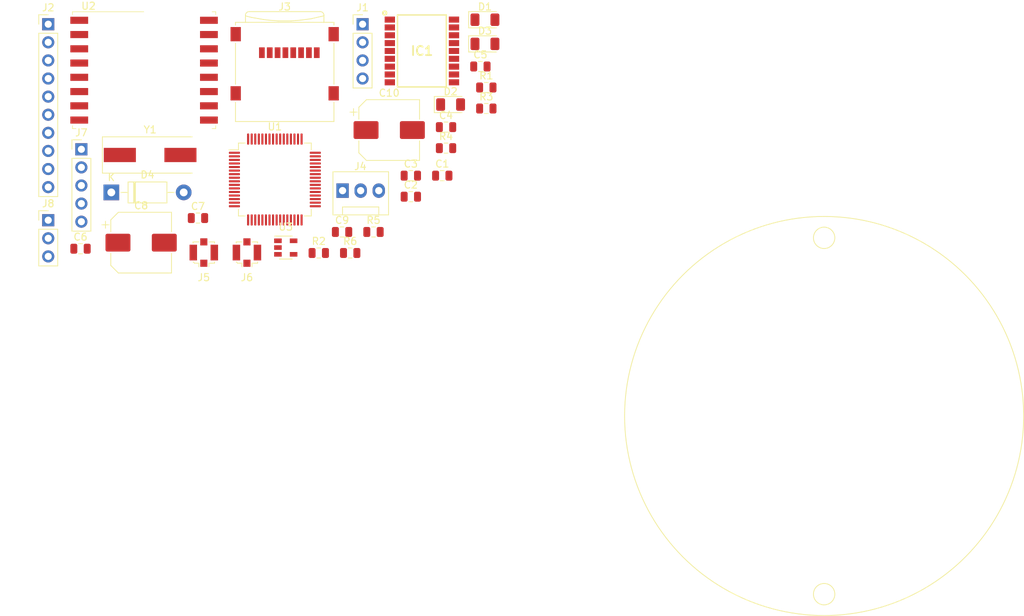
<source format=kicad_pcb>
(kicad_pcb (version 20171130) (host pcbnew "(5.1.4-0-10_14)")

  (general
    (thickness 1.6)
    (drawings 3)
    (tracks 0)
    (zones 0)
    (modules 33)
    (nets 88)
  )

  (page A4)
  (title_block
    (title "Píseň kosmická 2")
    (date 2019-12-26)
    (rev v01)
    (comment 3 CanSat2020Probe)
    (comment 4 "Author: Jakub Vávra/GJN Aerospace")
  )

  (layers
    (0 F.Cu signal)
    (31 B.Cu signal)
    (32 B.Adhes user)
    (33 F.Adhes user)
    (34 B.Paste user)
    (35 F.Paste user)
    (36 B.SilkS user)
    (37 F.SilkS user)
    (38 B.Mask user)
    (39 F.Mask user)
    (40 Dwgs.User user)
    (41 Cmts.User user)
    (42 Eco1.User user)
    (43 Eco2.User user)
    (44 Edge.Cuts user)
    (45 Margin user)
    (46 B.CrtYd user)
    (47 F.CrtYd user)
    (48 B.Fab user)
    (49 F.Fab user)
  )

  (setup
    (last_trace_width 0.25)
    (trace_clearance 0.2)
    (zone_clearance 0.508)
    (zone_45_only no)
    (trace_min 0.2)
    (via_size 0.8)
    (via_drill 0.4)
    (via_min_size 0.4)
    (via_min_drill 0.3)
    (uvia_size 0.3)
    (uvia_drill 0.1)
    (uvias_allowed no)
    (uvia_min_size 0.2)
    (uvia_min_drill 0.1)
    (edge_width 0.05)
    (segment_width 0.2)
    (pcb_text_width 0.3)
    (pcb_text_size 1.5 1.5)
    (mod_edge_width 0.12)
    (mod_text_size 1 1)
    (mod_text_width 0.15)
    (pad_size 1.524 1.524)
    (pad_drill 0.762)
    (pad_to_mask_clearance 0.051)
    (solder_mask_min_width 0.25)
    (aux_axis_origin 0 0)
    (visible_elements FFFFFF7F)
    (pcbplotparams
      (layerselection 0x010fc_ffffffff)
      (usegerberextensions false)
      (usegerberattributes false)
      (usegerberadvancedattributes false)
      (creategerberjobfile false)
      (excludeedgelayer true)
      (linewidth 0.100000)
      (plotframeref false)
      (viasonmask false)
      (mode 1)
      (useauxorigin false)
      (hpglpennumber 1)
      (hpglpenspeed 20)
      (hpglpendiameter 15.000000)
      (psnegative false)
      (psa4output false)
      (plotreference true)
      (plotvalue true)
      (plotinvisibletext false)
      (padsonsilk false)
      (subtractmaskfromsilk false)
      (outputformat 1)
      (mirror false)
      (drillshape 1)
      (scaleselection 1)
      (outputdirectory ""))
  )

  (net 0 "")
  (net 1 GND)
  (net 2 +3V3)
  (net 3 "Net-(C2-Pad1)")
  (net 4 "Net-(C3-Pad2)")
  (net 5 +BATT)
  (net 6 "Net-(C9-Pad1)")
  (net 7 "Net-(D1-Pad2)")
  (net 8 "Net-(D2-Pad2)")
  (net 9 "Net-(D3-Pad2)")
  (net 10 /TX)
  (net 11 /RX)
  (net 12 "Net-(IC1-Pad4)")
  (net 13 "Net-(IC1-Pad5)")
  (net 14 "Net-(IC1-Pad9)")
  (net 15 "Net-(IC1-Pad11)")
  (net 16 "Net-(IC1-Pad13)")
  (net 17 "Net-(IC1-Pad14)")
  (net 18 "Net-(IC1-Pad15)")
  (net 19 "Net-(IC1-Pad16)")
  (net 20 "Net-(IC1-Pad17)")
  (net 21 "Net-(IC1-Pad18)")
  (net 22 /SCL)
  (net 23 /SDA)
  (net 24 "Net-(J2-Pad5)")
  (net 25 "Net-(J2-Pad6)")
  (net 26 "Net-(J2-Pad7)")
  (net 27 "Net-(J2-Pad8)")
  (net 28 "Net-(J2-Pad9)")
  (net 29 "Net-(J2-Pad10)")
  (net 30 "Net-(J3-Pad8)")
  (net 31 /MISO)
  (net 32 /SCK)
  (net 33 /MOSI)
  (net 34 /CS_SD)
  (net 35 "Net-(J3-Pad1)")
  (net 36 "Net-(J4-Pad2)")
  (net 37 "Net-(J6-Pad1)")
  (net 38 /SWCLOCK)
  (net 39 /SWDIO)
  (net 40 /SWO)
  (net 41 /RST)
  (net 42 /DBGTX)
  (net 43 /DBGRX)
  (net 44 "Net-(R3-Pad1)")
  (net 45 "Net-(R4-Pad1)")
  (net 46 "Net-(R5-Pad1)")
  (net 47 "Net-(R6-Pad1)")
  (net 48 "Net-(U1-Pad2)")
  (net 49 "Net-(U1-Pad3)")
  (net 50 "Net-(U1-Pad4)")
  (net 51 "Net-(U1-Pad8)")
  (net 52 "Net-(U1-Pad9)")
  (net 53 "Net-(U1-Pad10)")
  (net 54 "Net-(U1-Pad11)")
  (net 55 "Net-(U1-Pad14)")
  (net 56 "Net-(U1-Pad15)")
  (net 57 "Net-(U1-Pad24)")
  (net 58 "Net-(U1-Pad25)")
  (net 59 "Net-(U1-Pad26)")
  (net 60 "Net-(U1-Pad27)")
  (net 61 "Net-(U1-Pad28)")
  (net 62 "Net-(U1-Pad29)")
  (net 63 "Net-(U1-Pad30)")
  (net 64 "Net-(U1-Pad33)")
  (net 65 "Net-(U1-Pad34)")
  (net 66 "Net-(U1-Pad35)")
  (net 67 "Net-(U1-Pad36)")
  (net 68 "Net-(U1-Pad37)")
  (net 69 /CS_RAD)
  (net 70 /DIO0)
  (net 71 "Net-(U1-Pad45)")
  (net 72 "Net-(U1-Pad46)")
  (net 73 "Net-(U1-Pad51)")
  (net 74 "Net-(U1-Pad52)")
  (net 75 "Net-(U1-Pad53)")
  (net 76 "Net-(U1-Pad54)")
  (net 77 "Net-(U1-Pad56)")
  (net 78 "Net-(U1-Pad57)")
  (net 79 "Net-(U1-Pad58)")
  (net 80 "Net-(U1-Pad59)")
  (net 81 "Net-(U2-Pad16)")
  (net 82 "Net-(U2-Pad7)")
  (net 83 "Net-(U2-Pad6)")
  (net 84 "Net-(U2-Pad5)")
  (net 85 "Net-(U2-Pad4)")
  (net 86 "Net-(U2-Pad3)")
  (net 87 "Net-(U2-Pad1)")

  (net_class Default "This is the default net class."
    (clearance 0.2)
    (trace_width 0.25)
    (via_dia 0.8)
    (via_drill 0.4)
    (uvia_dia 0.3)
    (uvia_drill 0.1)
    (add_net +3V3)
    (add_net +BATT)
    (add_net /CS_RAD)
    (add_net /CS_SD)
    (add_net /DBGRX)
    (add_net /DBGTX)
    (add_net /DIO0)
    (add_net /MISO)
    (add_net /MOSI)
    (add_net /RST)
    (add_net /RX)
    (add_net /SCK)
    (add_net /SCL)
    (add_net /SDA)
    (add_net /SWCLOCK)
    (add_net /SWDIO)
    (add_net /SWO)
    (add_net /TX)
    (add_net GND)
    (add_net "Net-(C2-Pad1)")
    (add_net "Net-(C3-Pad2)")
    (add_net "Net-(C9-Pad1)")
    (add_net "Net-(D1-Pad2)")
    (add_net "Net-(D2-Pad2)")
    (add_net "Net-(D3-Pad2)")
    (add_net "Net-(IC1-Pad11)")
    (add_net "Net-(IC1-Pad13)")
    (add_net "Net-(IC1-Pad14)")
    (add_net "Net-(IC1-Pad15)")
    (add_net "Net-(IC1-Pad16)")
    (add_net "Net-(IC1-Pad17)")
    (add_net "Net-(IC1-Pad18)")
    (add_net "Net-(IC1-Pad4)")
    (add_net "Net-(IC1-Pad5)")
    (add_net "Net-(IC1-Pad9)")
    (add_net "Net-(J2-Pad10)")
    (add_net "Net-(J2-Pad5)")
    (add_net "Net-(J2-Pad6)")
    (add_net "Net-(J2-Pad7)")
    (add_net "Net-(J2-Pad8)")
    (add_net "Net-(J2-Pad9)")
    (add_net "Net-(J3-Pad1)")
    (add_net "Net-(J3-Pad8)")
    (add_net "Net-(J4-Pad2)")
    (add_net "Net-(J6-Pad1)")
    (add_net "Net-(R3-Pad1)")
    (add_net "Net-(R4-Pad1)")
    (add_net "Net-(R5-Pad1)")
    (add_net "Net-(R6-Pad1)")
    (add_net "Net-(U1-Pad10)")
    (add_net "Net-(U1-Pad11)")
    (add_net "Net-(U1-Pad14)")
    (add_net "Net-(U1-Pad15)")
    (add_net "Net-(U1-Pad2)")
    (add_net "Net-(U1-Pad24)")
    (add_net "Net-(U1-Pad25)")
    (add_net "Net-(U1-Pad26)")
    (add_net "Net-(U1-Pad27)")
    (add_net "Net-(U1-Pad28)")
    (add_net "Net-(U1-Pad29)")
    (add_net "Net-(U1-Pad3)")
    (add_net "Net-(U1-Pad30)")
    (add_net "Net-(U1-Pad33)")
    (add_net "Net-(U1-Pad34)")
    (add_net "Net-(U1-Pad35)")
    (add_net "Net-(U1-Pad36)")
    (add_net "Net-(U1-Pad37)")
    (add_net "Net-(U1-Pad4)")
    (add_net "Net-(U1-Pad45)")
    (add_net "Net-(U1-Pad46)")
    (add_net "Net-(U1-Pad51)")
    (add_net "Net-(U1-Pad52)")
    (add_net "Net-(U1-Pad53)")
    (add_net "Net-(U1-Pad54)")
    (add_net "Net-(U1-Pad56)")
    (add_net "Net-(U1-Pad57)")
    (add_net "Net-(U1-Pad58)")
    (add_net "Net-(U1-Pad59)")
    (add_net "Net-(U1-Pad8)")
    (add_net "Net-(U1-Pad9)")
    (add_net "Net-(U2-Pad1)")
    (add_net "Net-(U2-Pad16)")
    (add_net "Net-(U2-Pad3)")
    (add_net "Net-(U2-Pad4)")
    (add_net "Net-(U2-Pad5)")
    (add_net "Net-(U2-Pad6)")
    (add_net "Net-(U2-Pad7)")
  )

  (module Capacitor_SMD:C_0805_2012Metric (layer F.Cu) (tedit 5B36C52B) (tstamp 5E07A264)
    (at 96.415001 66.275001)
    (descr "Capacitor SMD 0805 (2012 Metric), square (rectangular) end terminal, IPC_7351 nominal, (Body size source: https://docs.google.com/spreadsheets/d/1BsfQQcO9C6DZCsRaXUlFlo91Tg2WpOkGARC1WS5S8t0/edit?usp=sharing), generated with kicad-footprint-generator")
    (tags capacitor)
    (path /5E0C55B4)
    (attr smd)
    (fp_text reference C1 (at 0 -1.65) (layer F.SilkS)
      (effects (font (size 1 1) (thickness 0.15)))
    )
    (fp_text value 100nF (at 0 1.65) (layer F.Fab)
      (effects (font (size 1 1) (thickness 0.15)))
    )
    (fp_text user %R (at 0 0) (layer F.Fab)
      (effects (font (size 0.5 0.5) (thickness 0.08)))
    )
    (fp_line (start 1.68 0.95) (end -1.68 0.95) (layer F.CrtYd) (width 0.05))
    (fp_line (start 1.68 -0.95) (end 1.68 0.95) (layer F.CrtYd) (width 0.05))
    (fp_line (start -1.68 -0.95) (end 1.68 -0.95) (layer F.CrtYd) (width 0.05))
    (fp_line (start -1.68 0.95) (end -1.68 -0.95) (layer F.CrtYd) (width 0.05))
    (fp_line (start -0.258578 0.71) (end 0.258578 0.71) (layer F.SilkS) (width 0.12))
    (fp_line (start -0.258578 -0.71) (end 0.258578 -0.71) (layer F.SilkS) (width 0.12))
    (fp_line (start 1 0.6) (end -1 0.6) (layer F.Fab) (width 0.1))
    (fp_line (start 1 -0.6) (end 1 0.6) (layer F.Fab) (width 0.1))
    (fp_line (start -1 -0.6) (end 1 -0.6) (layer F.Fab) (width 0.1))
    (fp_line (start -1 0.6) (end -1 -0.6) (layer F.Fab) (width 0.1))
    (pad 2 smd roundrect (at 0.9375 0) (size 0.975 1.4) (layers F.Cu F.Paste F.Mask) (roundrect_rratio 0.25)
      (net 1 GND))
    (pad 1 smd roundrect (at -0.9375 0) (size 0.975 1.4) (layers F.Cu F.Paste F.Mask) (roundrect_rratio 0.25)
      (net 2 +3V3))
    (model ${KISYS3DMOD}/Capacitor_SMD.3dshapes/C_0805_2012Metric.wrl
      (at (xyz 0 0 0))
      (scale (xyz 1 1 1))
      (rotate (xyz 0 0 0))
    )
  )

  (module Capacitor_SMD:C_0805_2012Metric (layer F.Cu) (tedit 5B36C52B) (tstamp 5E07A275)
    (at 92.005001 69.225001)
    (descr "Capacitor SMD 0805 (2012 Metric), square (rectangular) end terminal, IPC_7351 nominal, (Body size source: https://docs.google.com/spreadsheets/d/1BsfQQcO9C6DZCsRaXUlFlo91Tg2WpOkGARC1WS5S8t0/edit?usp=sharing), generated with kicad-footprint-generator")
    (tags capacitor)
    (path /5DD88EE9)
    (attr smd)
    (fp_text reference C2 (at 0 -1.65) (layer F.SilkS)
      (effects (font (size 1 1) (thickness 0.15)))
    )
    (fp_text value 15pF (at 0 1.65) (layer F.Fab)
      (effects (font (size 1 1) (thickness 0.15)))
    )
    (fp_text user %R (at 0 0) (layer F.Fab)
      (effects (font (size 0.5 0.5) (thickness 0.08)))
    )
    (fp_line (start 1.68 0.95) (end -1.68 0.95) (layer F.CrtYd) (width 0.05))
    (fp_line (start 1.68 -0.95) (end 1.68 0.95) (layer F.CrtYd) (width 0.05))
    (fp_line (start -1.68 -0.95) (end 1.68 -0.95) (layer F.CrtYd) (width 0.05))
    (fp_line (start -1.68 0.95) (end -1.68 -0.95) (layer F.CrtYd) (width 0.05))
    (fp_line (start -0.258578 0.71) (end 0.258578 0.71) (layer F.SilkS) (width 0.12))
    (fp_line (start -0.258578 -0.71) (end 0.258578 -0.71) (layer F.SilkS) (width 0.12))
    (fp_line (start 1 0.6) (end -1 0.6) (layer F.Fab) (width 0.1))
    (fp_line (start 1 -0.6) (end 1 0.6) (layer F.Fab) (width 0.1))
    (fp_line (start -1 -0.6) (end 1 -0.6) (layer F.Fab) (width 0.1))
    (fp_line (start -1 0.6) (end -1 -0.6) (layer F.Fab) (width 0.1))
    (pad 2 smd roundrect (at 0.9375 0) (size 0.975 1.4) (layers F.Cu F.Paste F.Mask) (roundrect_rratio 0.25)
      (net 1 GND))
    (pad 1 smd roundrect (at -0.9375 0) (size 0.975 1.4) (layers F.Cu F.Paste F.Mask) (roundrect_rratio 0.25)
      (net 3 "Net-(C2-Pad1)"))
    (model ${KISYS3DMOD}/Capacitor_SMD.3dshapes/C_0805_2012Metric.wrl
      (at (xyz 0 0 0))
      (scale (xyz 1 1 1))
      (rotate (xyz 0 0 0))
    )
  )

  (module Capacitor_SMD:C_0805_2012Metric (layer F.Cu) (tedit 5B36C52B) (tstamp 5E07A286)
    (at 92.005001 66.275001)
    (descr "Capacitor SMD 0805 (2012 Metric), square (rectangular) end terminal, IPC_7351 nominal, (Body size source: https://docs.google.com/spreadsheets/d/1BsfQQcO9C6DZCsRaXUlFlo91Tg2WpOkGARC1WS5S8t0/edit?usp=sharing), generated with kicad-footprint-generator")
    (tags capacitor)
    (path /5DD8A500)
    (attr smd)
    (fp_text reference C3 (at 0 -1.65) (layer F.SilkS)
      (effects (font (size 1 1) (thickness 0.15)))
    )
    (fp_text value 15pF (at 0 1.65) (layer F.Fab)
      (effects (font (size 1 1) (thickness 0.15)))
    )
    (fp_line (start -1 0.6) (end -1 -0.6) (layer F.Fab) (width 0.1))
    (fp_line (start -1 -0.6) (end 1 -0.6) (layer F.Fab) (width 0.1))
    (fp_line (start 1 -0.6) (end 1 0.6) (layer F.Fab) (width 0.1))
    (fp_line (start 1 0.6) (end -1 0.6) (layer F.Fab) (width 0.1))
    (fp_line (start -0.258578 -0.71) (end 0.258578 -0.71) (layer F.SilkS) (width 0.12))
    (fp_line (start -0.258578 0.71) (end 0.258578 0.71) (layer F.SilkS) (width 0.12))
    (fp_line (start -1.68 0.95) (end -1.68 -0.95) (layer F.CrtYd) (width 0.05))
    (fp_line (start -1.68 -0.95) (end 1.68 -0.95) (layer F.CrtYd) (width 0.05))
    (fp_line (start 1.68 -0.95) (end 1.68 0.95) (layer F.CrtYd) (width 0.05))
    (fp_line (start 1.68 0.95) (end -1.68 0.95) (layer F.CrtYd) (width 0.05))
    (fp_text user %R (at 0 0) (layer F.Fab)
      (effects (font (size 0.5 0.5) (thickness 0.08)))
    )
    (pad 1 smd roundrect (at -0.9375 0) (size 0.975 1.4) (layers F.Cu F.Paste F.Mask) (roundrect_rratio 0.25)
      (net 1 GND))
    (pad 2 smd roundrect (at 0.9375 0) (size 0.975 1.4) (layers F.Cu F.Paste F.Mask) (roundrect_rratio 0.25)
      (net 4 "Net-(C3-Pad2)"))
    (model ${KISYS3DMOD}/Capacitor_SMD.3dshapes/C_0805_2012Metric.wrl
      (at (xyz 0 0 0))
      (scale (xyz 1 1 1))
      (rotate (xyz 0 0 0))
    )
  )

  (module Capacitor_SMD:C_0805_2012Metric (layer F.Cu) (tedit 5B36C52B) (tstamp 5E07A297)
    (at 96.945001 59.465001)
    (descr "Capacitor SMD 0805 (2012 Metric), square (rectangular) end terminal, IPC_7351 nominal, (Body size source: https://docs.google.com/spreadsheets/d/1BsfQQcO9C6DZCsRaXUlFlo91Tg2WpOkGARC1WS5S8t0/edit?usp=sharing), generated with kicad-footprint-generator")
    (tags capacitor)
    (path /5E08C21E)
    (attr smd)
    (fp_text reference C4 (at 0 -1.65) (layer F.SilkS)
      (effects (font (size 1 1) (thickness 0.15)))
    )
    (fp_text value 100nF (at 0 1.65) (layer F.Fab)
      (effects (font (size 1 1) (thickness 0.15)))
    )
    (fp_line (start -1 0.6) (end -1 -0.6) (layer F.Fab) (width 0.1))
    (fp_line (start -1 -0.6) (end 1 -0.6) (layer F.Fab) (width 0.1))
    (fp_line (start 1 -0.6) (end 1 0.6) (layer F.Fab) (width 0.1))
    (fp_line (start 1 0.6) (end -1 0.6) (layer F.Fab) (width 0.1))
    (fp_line (start -0.258578 -0.71) (end 0.258578 -0.71) (layer F.SilkS) (width 0.12))
    (fp_line (start -0.258578 0.71) (end 0.258578 0.71) (layer F.SilkS) (width 0.12))
    (fp_line (start -1.68 0.95) (end -1.68 -0.95) (layer F.CrtYd) (width 0.05))
    (fp_line (start -1.68 -0.95) (end 1.68 -0.95) (layer F.CrtYd) (width 0.05))
    (fp_line (start 1.68 -0.95) (end 1.68 0.95) (layer F.CrtYd) (width 0.05))
    (fp_line (start 1.68 0.95) (end -1.68 0.95) (layer F.CrtYd) (width 0.05))
    (fp_text user %R (at 0 0) (layer F.Fab)
      (effects (font (size 0.5 0.5) (thickness 0.08)))
    )
    (pad 1 smd roundrect (at -0.9375 0) (size 0.975 1.4) (layers F.Cu F.Paste F.Mask) (roundrect_rratio 0.25)
      (net 2 +3V3))
    (pad 2 smd roundrect (at 0.9375 0) (size 0.975 1.4) (layers F.Cu F.Paste F.Mask) (roundrect_rratio 0.25)
      (net 1 GND))
    (model ${KISYS3DMOD}/Capacitor_SMD.3dshapes/C_0805_2012Metric.wrl
      (at (xyz 0 0 0))
      (scale (xyz 1 1 1))
      (rotate (xyz 0 0 0))
    )
  )

  (module Capacitor_SMD:C_0805_2012Metric (layer F.Cu) (tedit 5B36C52B) (tstamp 5E07A2A8)
    (at 101.765001 50.955001)
    (descr "Capacitor SMD 0805 (2012 Metric), square (rectangular) end terminal, IPC_7351 nominal, (Body size source: https://docs.google.com/spreadsheets/d/1BsfQQcO9C6DZCsRaXUlFlo91Tg2WpOkGARC1WS5S8t0/edit?usp=sharing), generated with kicad-footprint-generator")
    (tags capacitor)
    (path /5E052D24)
    (attr smd)
    (fp_text reference C5 (at 0 -1.65) (layer F.SilkS)
      (effects (font (size 1 1) (thickness 0.15)))
    )
    (fp_text value 100nF (at 0 1.65) (layer F.Fab)
      (effects (font (size 1 1) (thickness 0.15)))
    )
    (fp_text user %R (at 0 0) (layer F.Fab)
      (effects (font (size 0.5 0.5) (thickness 0.08)))
    )
    (fp_line (start 1.68 0.95) (end -1.68 0.95) (layer F.CrtYd) (width 0.05))
    (fp_line (start 1.68 -0.95) (end 1.68 0.95) (layer F.CrtYd) (width 0.05))
    (fp_line (start -1.68 -0.95) (end 1.68 -0.95) (layer F.CrtYd) (width 0.05))
    (fp_line (start -1.68 0.95) (end -1.68 -0.95) (layer F.CrtYd) (width 0.05))
    (fp_line (start -0.258578 0.71) (end 0.258578 0.71) (layer F.SilkS) (width 0.12))
    (fp_line (start -0.258578 -0.71) (end 0.258578 -0.71) (layer F.SilkS) (width 0.12))
    (fp_line (start 1 0.6) (end -1 0.6) (layer F.Fab) (width 0.1))
    (fp_line (start 1 -0.6) (end 1 0.6) (layer F.Fab) (width 0.1))
    (fp_line (start -1 -0.6) (end 1 -0.6) (layer F.Fab) (width 0.1))
    (fp_line (start -1 0.6) (end -1 -0.6) (layer F.Fab) (width 0.1))
    (pad 2 smd roundrect (at 0.9375 0) (size 0.975 1.4) (layers F.Cu F.Paste F.Mask) (roundrect_rratio 0.25)
      (net 1 GND))
    (pad 1 smd roundrect (at -0.9375 0) (size 0.975 1.4) (layers F.Cu F.Paste F.Mask) (roundrect_rratio 0.25)
      (net 2 +3V3))
    (model ${KISYS3DMOD}/Capacitor_SMD.3dshapes/C_0805_2012Metric.wrl
      (at (xyz 0 0 0))
      (scale (xyz 1 1 1))
      (rotate (xyz 0 0 0))
    )
  )

  (module Capacitor_SMD:C_0805_2012Metric (layer F.Cu) (tedit 5B36C52B) (tstamp 5E07A2B9)
    (at 45.655001 76.525001)
    (descr "Capacitor SMD 0805 (2012 Metric), square (rectangular) end terminal, IPC_7351 nominal, (Body size source: https://docs.google.com/spreadsheets/d/1BsfQQcO9C6DZCsRaXUlFlo91Tg2WpOkGARC1WS5S8t0/edit?usp=sharing), generated with kicad-footprint-generator")
    (tags capacitor)
    (path /5E0FA2A6)
    (attr smd)
    (fp_text reference C6 (at 0 -1.65) (layer F.SilkS)
      (effects (font (size 1 1) (thickness 0.15)))
    )
    (fp_text value 100nF (at 0 1.65) (layer F.Fab)
      (effects (font (size 1 1) (thickness 0.15)))
    )
    (fp_line (start -1 0.6) (end -1 -0.6) (layer F.Fab) (width 0.1))
    (fp_line (start -1 -0.6) (end 1 -0.6) (layer F.Fab) (width 0.1))
    (fp_line (start 1 -0.6) (end 1 0.6) (layer F.Fab) (width 0.1))
    (fp_line (start 1 0.6) (end -1 0.6) (layer F.Fab) (width 0.1))
    (fp_line (start -0.258578 -0.71) (end 0.258578 -0.71) (layer F.SilkS) (width 0.12))
    (fp_line (start -0.258578 0.71) (end 0.258578 0.71) (layer F.SilkS) (width 0.12))
    (fp_line (start -1.68 0.95) (end -1.68 -0.95) (layer F.CrtYd) (width 0.05))
    (fp_line (start -1.68 -0.95) (end 1.68 -0.95) (layer F.CrtYd) (width 0.05))
    (fp_line (start 1.68 -0.95) (end 1.68 0.95) (layer F.CrtYd) (width 0.05))
    (fp_line (start 1.68 0.95) (end -1.68 0.95) (layer F.CrtYd) (width 0.05))
    (fp_text user %R (at 0 0) (layer F.Fab)
      (effects (font (size 0.5 0.5) (thickness 0.08)))
    )
    (pad 1 smd roundrect (at -0.9375 0) (size 0.975 1.4) (layers F.Cu F.Paste F.Mask) (roundrect_rratio 0.25)
      (net 2 +3V3))
    (pad 2 smd roundrect (at 0.9375 0) (size 0.975 1.4) (layers F.Cu F.Paste F.Mask) (roundrect_rratio 0.25)
      (net 1 GND))
    (model ${KISYS3DMOD}/Capacitor_SMD.3dshapes/C_0805_2012Metric.wrl
      (at (xyz 0 0 0))
      (scale (xyz 1 1 1))
      (rotate (xyz 0 0 0))
    )
  )

  (module Capacitor_SMD:C_0805_2012Metric (layer F.Cu) (tedit 5B36C52B) (tstamp 5E07A2CA)
    (at 62.135001 72.225001)
    (descr "Capacitor SMD 0805 (2012 Metric), square (rectangular) end terminal, IPC_7351 nominal, (Body size source: https://docs.google.com/spreadsheets/d/1BsfQQcO9C6DZCsRaXUlFlo91Tg2WpOkGARC1WS5S8t0/edit?usp=sharing), generated with kicad-footprint-generator")
    (tags capacitor)
    (path /5E0B6D13)
    (attr smd)
    (fp_text reference C7 (at 0 -1.65) (layer F.SilkS)
      (effects (font (size 1 1) (thickness 0.15)))
    )
    (fp_text value 100nF (at 0 1.65) (layer F.Fab)
      (effects (font (size 1 1) (thickness 0.15)))
    )
    (fp_line (start -1 0.6) (end -1 -0.6) (layer F.Fab) (width 0.1))
    (fp_line (start -1 -0.6) (end 1 -0.6) (layer F.Fab) (width 0.1))
    (fp_line (start 1 -0.6) (end 1 0.6) (layer F.Fab) (width 0.1))
    (fp_line (start 1 0.6) (end -1 0.6) (layer F.Fab) (width 0.1))
    (fp_line (start -0.258578 -0.71) (end 0.258578 -0.71) (layer F.SilkS) (width 0.12))
    (fp_line (start -0.258578 0.71) (end 0.258578 0.71) (layer F.SilkS) (width 0.12))
    (fp_line (start -1.68 0.95) (end -1.68 -0.95) (layer F.CrtYd) (width 0.05))
    (fp_line (start -1.68 -0.95) (end 1.68 -0.95) (layer F.CrtYd) (width 0.05))
    (fp_line (start 1.68 -0.95) (end 1.68 0.95) (layer F.CrtYd) (width 0.05))
    (fp_line (start 1.68 0.95) (end -1.68 0.95) (layer F.CrtYd) (width 0.05))
    (fp_text user %R (at 0 0) (layer F.Fab)
      (effects (font (size 0.5 0.5) (thickness 0.08)))
    )
    (pad 1 smd roundrect (at -0.9375 0) (size 0.975 1.4) (layers F.Cu F.Paste F.Mask) (roundrect_rratio 0.25)
      (net 2 +3V3))
    (pad 2 smd roundrect (at 0.9375 0) (size 0.975 1.4) (layers F.Cu F.Paste F.Mask) (roundrect_rratio 0.25)
      (net 1 GND))
    (model ${KISYS3DMOD}/Capacitor_SMD.3dshapes/C_0805_2012Metric.wrl
      (at (xyz 0 0 0))
      (scale (xyz 1 1 1))
      (rotate (xyz 0 0 0))
    )
  )

  (module Capacitor_SMD:CP_Elec_8x10 (layer F.Cu) (tedit 5BCA39D0) (tstamp 5E07A2F2)
    (at 54.160001 75.675001)
    (descr "SMD capacitor, aluminum electrolytic, Nichicon, 8.0x10mm")
    (tags "capacitor electrolytic")
    (path /5DDBBBB2)
    (attr smd)
    (fp_text reference C8 (at 0 -5.2) (layer F.SilkS)
      (effects (font (size 1 1) (thickness 0.15)))
    )
    (fp_text value 47uF (at 0 5.2) (layer F.Fab)
      (effects (font (size 1 1) (thickness 0.15)))
    )
    (fp_text user %R (at 0 0) (layer F.Fab)
      (effects (font (size 1 1) (thickness 0.15)))
    )
    (fp_line (start -5.25 1.5) (end -4.4 1.5) (layer F.CrtYd) (width 0.05))
    (fp_line (start -5.25 -1.5) (end -5.25 1.5) (layer F.CrtYd) (width 0.05))
    (fp_line (start -4.4 -1.5) (end -5.25 -1.5) (layer F.CrtYd) (width 0.05))
    (fp_line (start -4.4 1.5) (end -4.4 3.25) (layer F.CrtYd) (width 0.05))
    (fp_line (start -4.4 -3.25) (end -4.4 -1.5) (layer F.CrtYd) (width 0.05))
    (fp_line (start -4.4 -3.25) (end -3.25 -4.4) (layer F.CrtYd) (width 0.05))
    (fp_line (start -4.4 3.25) (end -3.25 4.4) (layer F.CrtYd) (width 0.05))
    (fp_line (start -3.25 -4.4) (end 4.4 -4.4) (layer F.CrtYd) (width 0.05))
    (fp_line (start -3.25 4.4) (end 4.4 4.4) (layer F.CrtYd) (width 0.05))
    (fp_line (start 4.4 1.5) (end 4.4 4.4) (layer F.CrtYd) (width 0.05))
    (fp_line (start 5.25 1.5) (end 4.4 1.5) (layer F.CrtYd) (width 0.05))
    (fp_line (start 5.25 -1.5) (end 5.25 1.5) (layer F.CrtYd) (width 0.05))
    (fp_line (start 4.4 -1.5) (end 5.25 -1.5) (layer F.CrtYd) (width 0.05))
    (fp_line (start 4.4 -4.4) (end 4.4 -1.5) (layer F.CrtYd) (width 0.05))
    (fp_line (start -5 -3.01) (end -5 -2.01) (layer F.SilkS) (width 0.12))
    (fp_line (start -5.5 -2.51) (end -4.5 -2.51) (layer F.SilkS) (width 0.12))
    (fp_line (start -4.26 3.195563) (end -3.195563 4.26) (layer F.SilkS) (width 0.12))
    (fp_line (start -4.26 -3.195563) (end -3.195563 -4.26) (layer F.SilkS) (width 0.12))
    (fp_line (start -4.26 -3.195563) (end -4.26 -1.51) (layer F.SilkS) (width 0.12))
    (fp_line (start -4.26 3.195563) (end -4.26 1.51) (layer F.SilkS) (width 0.12))
    (fp_line (start -3.195563 4.26) (end 4.26 4.26) (layer F.SilkS) (width 0.12))
    (fp_line (start -3.195563 -4.26) (end 4.26 -4.26) (layer F.SilkS) (width 0.12))
    (fp_line (start 4.26 -4.26) (end 4.26 -1.51) (layer F.SilkS) (width 0.12))
    (fp_line (start 4.26 4.26) (end 4.26 1.51) (layer F.SilkS) (width 0.12))
    (fp_line (start -3.162278 -1.9) (end -3.162278 -1.1) (layer F.Fab) (width 0.1))
    (fp_line (start -3.562278 -1.5) (end -2.762278 -1.5) (layer F.Fab) (width 0.1))
    (fp_line (start -4.15 3.15) (end -3.15 4.15) (layer F.Fab) (width 0.1))
    (fp_line (start -4.15 -3.15) (end -3.15 -4.15) (layer F.Fab) (width 0.1))
    (fp_line (start -4.15 -3.15) (end -4.15 3.15) (layer F.Fab) (width 0.1))
    (fp_line (start -3.15 4.15) (end 4.15 4.15) (layer F.Fab) (width 0.1))
    (fp_line (start -3.15 -4.15) (end 4.15 -4.15) (layer F.Fab) (width 0.1))
    (fp_line (start 4.15 -4.15) (end 4.15 4.15) (layer F.Fab) (width 0.1))
    (fp_circle (center 0 0) (end 4 0) (layer F.Fab) (width 0.1))
    (pad 2 smd roundrect (at 3.25 0) (size 3.5 2.5) (layers F.Cu F.Paste F.Mask) (roundrect_rratio 0.1)
      (net 1 GND))
    (pad 1 smd roundrect (at -3.25 0) (size 3.5 2.5) (layers F.Cu F.Paste F.Mask) (roundrect_rratio 0.1)
      (net 5 +BATT))
    (model ${KISYS3DMOD}/Capacitor_SMD.3dshapes/CP_Elec_8x10.wrl
      (at (xyz 0 0 0))
      (scale (xyz 1 1 1))
      (rotate (xyz 0 0 0))
    )
  )

  (module Capacitor_SMD:C_0805_2012Metric (layer F.Cu) (tedit 5B36C52B) (tstamp 5E07A303)
    (at 82.355001 74.175001)
    (descr "Capacitor SMD 0805 (2012 Metric), square (rectangular) end terminal, IPC_7351 nominal, (Body size source: https://docs.google.com/spreadsheets/d/1BsfQQcO9C6DZCsRaXUlFlo91Tg2WpOkGARC1WS5S8t0/edit?usp=sharing), generated with kicad-footprint-generator")
    (tags capacitor)
    (path /5DDC7AEE)
    (attr smd)
    (fp_text reference C9 (at 0 -1.65) (layer F.SilkS)
      (effects (font (size 1 1) (thickness 0.15)))
    )
    (fp_text value 10nF (at 0 1.65) (layer F.Fab)
      (effects (font (size 1 1) (thickness 0.15)))
    )
    (fp_text user %R (at 0 0) (layer F.Fab)
      (effects (font (size 0.5 0.5) (thickness 0.08)))
    )
    (fp_line (start 1.68 0.95) (end -1.68 0.95) (layer F.CrtYd) (width 0.05))
    (fp_line (start 1.68 -0.95) (end 1.68 0.95) (layer F.CrtYd) (width 0.05))
    (fp_line (start -1.68 -0.95) (end 1.68 -0.95) (layer F.CrtYd) (width 0.05))
    (fp_line (start -1.68 0.95) (end -1.68 -0.95) (layer F.CrtYd) (width 0.05))
    (fp_line (start -0.258578 0.71) (end 0.258578 0.71) (layer F.SilkS) (width 0.12))
    (fp_line (start -0.258578 -0.71) (end 0.258578 -0.71) (layer F.SilkS) (width 0.12))
    (fp_line (start 1 0.6) (end -1 0.6) (layer F.Fab) (width 0.1))
    (fp_line (start 1 -0.6) (end 1 0.6) (layer F.Fab) (width 0.1))
    (fp_line (start -1 -0.6) (end 1 -0.6) (layer F.Fab) (width 0.1))
    (fp_line (start -1 0.6) (end -1 -0.6) (layer F.Fab) (width 0.1))
    (pad 2 smd roundrect (at 0.9375 0) (size 0.975 1.4) (layers F.Cu F.Paste F.Mask) (roundrect_rratio 0.25)
      (net 1 GND))
    (pad 1 smd roundrect (at -0.9375 0) (size 0.975 1.4) (layers F.Cu F.Paste F.Mask) (roundrect_rratio 0.25)
      (net 6 "Net-(C9-Pad1)"))
    (model ${KISYS3DMOD}/Capacitor_SMD.3dshapes/C_0805_2012Metric.wrl
      (at (xyz 0 0 0))
      (scale (xyz 1 1 1))
      (rotate (xyz 0 0 0))
    )
  )

  (module Capacitor_SMD:CP_Elec_8x10 (layer F.Cu) (tedit 5BCA39D0) (tstamp 5E07A32B)
    (at 88.970001 59.875001)
    (descr "SMD capacitor, aluminum electrolytic, Nichicon, 8.0x10mm")
    (tags "capacitor electrolytic")
    (path /5DDBC64A)
    (attr smd)
    (fp_text reference C10 (at 0 -5.2) (layer F.SilkS)
      (effects (font (size 1 1) (thickness 0.15)))
    )
    (fp_text value 47uF (at 0 5.2) (layer F.Fab)
      (effects (font (size 1 1) (thickness 0.15)))
    )
    (fp_circle (center 0 0) (end 4 0) (layer F.Fab) (width 0.1))
    (fp_line (start 4.15 -4.15) (end 4.15 4.15) (layer F.Fab) (width 0.1))
    (fp_line (start -3.15 -4.15) (end 4.15 -4.15) (layer F.Fab) (width 0.1))
    (fp_line (start -3.15 4.15) (end 4.15 4.15) (layer F.Fab) (width 0.1))
    (fp_line (start -4.15 -3.15) (end -4.15 3.15) (layer F.Fab) (width 0.1))
    (fp_line (start -4.15 -3.15) (end -3.15 -4.15) (layer F.Fab) (width 0.1))
    (fp_line (start -4.15 3.15) (end -3.15 4.15) (layer F.Fab) (width 0.1))
    (fp_line (start -3.562278 -1.5) (end -2.762278 -1.5) (layer F.Fab) (width 0.1))
    (fp_line (start -3.162278 -1.9) (end -3.162278 -1.1) (layer F.Fab) (width 0.1))
    (fp_line (start 4.26 4.26) (end 4.26 1.51) (layer F.SilkS) (width 0.12))
    (fp_line (start 4.26 -4.26) (end 4.26 -1.51) (layer F.SilkS) (width 0.12))
    (fp_line (start -3.195563 -4.26) (end 4.26 -4.26) (layer F.SilkS) (width 0.12))
    (fp_line (start -3.195563 4.26) (end 4.26 4.26) (layer F.SilkS) (width 0.12))
    (fp_line (start -4.26 3.195563) (end -4.26 1.51) (layer F.SilkS) (width 0.12))
    (fp_line (start -4.26 -3.195563) (end -4.26 -1.51) (layer F.SilkS) (width 0.12))
    (fp_line (start -4.26 -3.195563) (end -3.195563 -4.26) (layer F.SilkS) (width 0.12))
    (fp_line (start -4.26 3.195563) (end -3.195563 4.26) (layer F.SilkS) (width 0.12))
    (fp_line (start -5.5 -2.51) (end -4.5 -2.51) (layer F.SilkS) (width 0.12))
    (fp_line (start -5 -3.01) (end -5 -2.01) (layer F.SilkS) (width 0.12))
    (fp_line (start 4.4 -4.4) (end 4.4 -1.5) (layer F.CrtYd) (width 0.05))
    (fp_line (start 4.4 -1.5) (end 5.25 -1.5) (layer F.CrtYd) (width 0.05))
    (fp_line (start 5.25 -1.5) (end 5.25 1.5) (layer F.CrtYd) (width 0.05))
    (fp_line (start 5.25 1.5) (end 4.4 1.5) (layer F.CrtYd) (width 0.05))
    (fp_line (start 4.4 1.5) (end 4.4 4.4) (layer F.CrtYd) (width 0.05))
    (fp_line (start -3.25 4.4) (end 4.4 4.4) (layer F.CrtYd) (width 0.05))
    (fp_line (start -3.25 -4.4) (end 4.4 -4.4) (layer F.CrtYd) (width 0.05))
    (fp_line (start -4.4 3.25) (end -3.25 4.4) (layer F.CrtYd) (width 0.05))
    (fp_line (start -4.4 -3.25) (end -3.25 -4.4) (layer F.CrtYd) (width 0.05))
    (fp_line (start -4.4 -3.25) (end -4.4 -1.5) (layer F.CrtYd) (width 0.05))
    (fp_line (start -4.4 1.5) (end -4.4 3.25) (layer F.CrtYd) (width 0.05))
    (fp_line (start -4.4 -1.5) (end -5.25 -1.5) (layer F.CrtYd) (width 0.05))
    (fp_line (start -5.25 -1.5) (end -5.25 1.5) (layer F.CrtYd) (width 0.05))
    (fp_line (start -5.25 1.5) (end -4.4 1.5) (layer F.CrtYd) (width 0.05))
    (fp_text user %R (at 0 0) (layer F.Fab)
      (effects (font (size 1 1) (thickness 0.15)))
    )
    (pad 1 smd roundrect (at -3.25 0) (size 3.5 2.5) (layers F.Cu F.Paste F.Mask) (roundrect_rratio 0.1)
      (net 2 +3V3))
    (pad 2 smd roundrect (at 3.25 0) (size 3.5 2.5) (layers F.Cu F.Paste F.Mask) (roundrect_rratio 0.1)
      (net 1 GND))
    (model ${KISYS3DMOD}/Capacitor_SMD.3dshapes/CP_Elec_8x10.wrl
      (at (xyz 0 0 0))
      (scale (xyz 1 1 1))
      (rotate (xyz 0 0 0))
    )
  )

  (module LED_SMD:LED_1206_3216Metric (layer F.Cu) (tedit 5B301BBE) (tstamp 5E07A33E)
    (at 102.405001 44.395001)
    (descr "LED SMD 1206 (3216 Metric), square (rectangular) end terminal, IPC_7351 nominal, (Body size source: http://www.tortai-tech.com/upload/download/2011102023233369053.pdf), generated with kicad-footprint-generator")
    (tags diode)
    (path /5E19B7B6)
    (attr smd)
    (fp_text reference D1 (at 0 -1.82) (layer F.SilkS)
      (effects (font (size 1 1) (thickness 0.15)))
    )
    (fp_text value LED (at 0 1.82) (layer F.Fab)
      (effects (font (size 1 1) (thickness 0.15)))
    )
    (fp_line (start 1.6 -0.8) (end -1.2 -0.8) (layer F.Fab) (width 0.1))
    (fp_line (start -1.2 -0.8) (end -1.6 -0.4) (layer F.Fab) (width 0.1))
    (fp_line (start -1.6 -0.4) (end -1.6 0.8) (layer F.Fab) (width 0.1))
    (fp_line (start -1.6 0.8) (end 1.6 0.8) (layer F.Fab) (width 0.1))
    (fp_line (start 1.6 0.8) (end 1.6 -0.8) (layer F.Fab) (width 0.1))
    (fp_line (start 1.6 -1.135) (end -2.285 -1.135) (layer F.SilkS) (width 0.12))
    (fp_line (start -2.285 -1.135) (end -2.285 1.135) (layer F.SilkS) (width 0.12))
    (fp_line (start -2.285 1.135) (end 1.6 1.135) (layer F.SilkS) (width 0.12))
    (fp_line (start -2.28 1.12) (end -2.28 -1.12) (layer F.CrtYd) (width 0.05))
    (fp_line (start -2.28 -1.12) (end 2.28 -1.12) (layer F.CrtYd) (width 0.05))
    (fp_line (start 2.28 -1.12) (end 2.28 1.12) (layer F.CrtYd) (width 0.05))
    (fp_line (start 2.28 1.12) (end -2.28 1.12) (layer F.CrtYd) (width 0.05))
    (fp_text user %R (at 0 0) (layer F.Fab)
      (effects (font (size 0.8 0.8) (thickness 0.12)))
    )
    (pad 1 smd roundrect (at -1.4 0) (size 1.25 1.75) (layers F.Cu F.Paste F.Mask) (roundrect_rratio 0.2)
      (net 1 GND))
    (pad 2 smd roundrect (at 1.4 0) (size 1.25 1.75) (layers F.Cu F.Paste F.Mask) (roundrect_rratio 0.2)
      (net 7 "Net-(D1-Pad2)"))
    (model ${KISYS3DMOD}/LED_SMD.3dshapes/LED_1206_3216Metric.wrl
      (at (xyz 0 0 0))
      (scale (xyz 1 1 1))
      (rotate (xyz 0 0 0))
    )
  )

  (module LED_SMD:LED_1206_3216Metric (layer F.Cu) (tedit 5B301BBE) (tstamp 5E07A351)
    (at 97.585001 56.295001)
    (descr "LED SMD 1206 (3216 Metric), square (rectangular) end terminal, IPC_7351 nominal, (Body size source: http://www.tortai-tech.com/upload/download/2011102023233369053.pdf), generated with kicad-footprint-generator")
    (tags diode)
    (path /5E1A2C77)
    (attr smd)
    (fp_text reference D2 (at 0 -1.82) (layer F.SilkS)
      (effects (font (size 1 1) (thickness 0.15)))
    )
    (fp_text value LED (at 0 1.82) (layer F.Fab)
      (effects (font (size 1 1) (thickness 0.15)))
    )
    (fp_text user %R (at 0 0) (layer F.Fab)
      (effects (font (size 0.8 0.8) (thickness 0.12)))
    )
    (fp_line (start 2.28 1.12) (end -2.28 1.12) (layer F.CrtYd) (width 0.05))
    (fp_line (start 2.28 -1.12) (end 2.28 1.12) (layer F.CrtYd) (width 0.05))
    (fp_line (start -2.28 -1.12) (end 2.28 -1.12) (layer F.CrtYd) (width 0.05))
    (fp_line (start -2.28 1.12) (end -2.28 -1.12) (layer F.CrtYd) (width 0.05))
    (fp_line (start -2.285 1.135) (end 1.6 1.135) (layer F.SilkS) (width 0.12))
    (fp_line (start -2.285 -1.135) (end -2.285 1.135) (layer F.SilkS) (width 0.12))
    (fp_line (start 1.6 -1.135) (end -2.285 -1.135) (layer F.SilkS) (width 0.12))
    (fp_line (start 1.6 0.8) (end 1.6 -0.8) (layer F.Fab) (width 0.1))
    (fp_line (start -1.6 0.8) (end 1.6 0.8) (layer F.Fab) (width 0.1))
    (fp_line (start -1.6 -0.4) (end -1.6 0.8) (layer F.Fab) (width 0.1))
    (fp_line (start -1.2 -0.8) (end -1.6 -0.4) (layer F.Fab) (width 0.1))
    (fp_line (start 1.6 -0.8) (end -1.2 -0.8) (layer F.Fab) (width 0.1))
    (pad 2 smd roundrect (at 1.4 0) (size 1.25 1.75) (layers F.Cu F.Paste F.Mask) (roundrect_rratio 0.2)
      (net 8 "Net-(D2-Pad2)"))
    (pad 1 smd roundrect (at -1.4 0) (size 1.25 1.75) (layers F.Cu F.Paste F.Mask) (roundrect_rratio 0.2)
      (net 1 GND))
    (model ${KISYS3DMOD}/LED_SMD.3dshapes/LED_1206_3216Metric.wrl
      (at (xyz 0 0 0))
      (scale (xyz 1 1 1))
      (rotate (xyz 0 0 0))
    )
  )

  (module LED_SMD:LED_1206_3216Metric (layer F.Cu) (tedit 5B301BBE) (tstamp 5E07A364)
    (at 102.405001 47.785001)
    (descr "LED SMD 1206 (3216 Metric), square (rectangular) end terminal, IPC_7351 nominal, (Body size source: http://www.tortai-tech.com/upload/download/2011102023233369053.pdf), generated with kicad-footprint-generator")
    (tags diode)
    (path /5E1A7B39)
    (attr smd)
    (fp_text reference D3 (at 0 -1.82) (layer F.SilkS)
      (effects (font (size 1 1) (thickness 0.15)))
    )
    (fp_text value LED (at 0 1.82) (layer F.Fab)
      (effects (font (size 1 1) (thickness 0.15)))
    )
    (fp_line (start 1.6 -0.8) (end -1.2 -0.8) (layer F.Fab) (width 0.1))
    (fp_line (start -1.2 -0.8) (end -1.6 -0.4) (layer F.Fab) (width 0.1))
    (fp_line (start -1.6 -0.4) (end -1.6 0.8) (layer F.Fab) (width 0.1))
    (fp_line (start -1.6 0.8) (end 1.6 0.8) (layer F.Fab) (width 0.1))
    (fp_line (start 1.6 0.8) (end 1.6 -0.8) (layer F.Fab) (width 0.1))
    (fp_line (start 1.6 -1.135) (end -2.285 -1.135) (layer F.SilkS) (width 0.12))
    (fp_line (start -2.285 -1.135) (end -2.285 1.135) (layer F.SilkS) (width 0.12))
    (fp_line (start -2.285 1.135) (end 1.6 1.135) (layer F.SilkS) (width 0.12))
    (fp_line (start -2.28 1.12) (end -2.28 -1.12) (layer F.CrtYd) (width 0.05))
    (fp_line (start -2.28 -1.12) (end 2.28 -1.12) (layer F.CrtYd) (width 0.05))
    (fp_line (start 2.28 -1.12) (end 2.28 1.12) (layer F.CrtYd) (width 0.05))
    (fp_line (start 2.28 1.12) (end -2.28 1.12) (layer F.CrtYd) (width 0.05))
    (fp_text user %R (at 0 0) (layer F.Fab)
      (effects (font (size 0.8 0.8) (thickness 0.12)))
    )
    (pad 1 smd roundrect (at -1.4 0) (size 1.25 1.75) (layers F.Cu F.Paste F.Mask) (roundrect_rratio 0.2)
      (net 1 GND))
    (pad 2 smd roundrect (at 1.4 0) (size 1.25 1.75) (layers F.Cu F.Paste F.Mask) (roundrect_rratio 0.2)
      (net 9 "Net-(D3-Pad2)"))
    (model ${KISYS3DMOD}/LED_SMD.3dshapes/LED_1206_3216Metric.wrl
      (at (xyz 0 0 0))
      (scale (xyz 1 1 1))
      (rotate (xyz 0 0 0))
    )
  )

  (module Diode_THT:D_DO-41_SOD81_P10.16mm_Horizontal (layer F.Cu) (tedit 5AE50CD5) (tstamp 5E07A383)
    (at 49.975001 68.625001)
    (descr "Diode, DO-41_SOD81 series, Axial, Horizontal, pin pitch=10.16mm, , length*diameter=5.2*2.7mm^2, , http://www.diodes.com/_files/packages/DO-41%20(Plastic).pdf")
    (tags "Diode DO-41_SOD81 series Axial Horizontal pin pitch 10.16mm  length 5.2mm diameter 2.7mm")
    (path /5E41C413)
    (fp_text reference D4 (at 5.08 -2.47) (layer F.SilkS)
      (effects (font (size 1 1) (thickness 0.15)))
    )
    (fp_text value D (at 5.08 2.47) (layer F.Fab)
      (effects (font (size 1 1) (thickness 0.15)))
    )
    (fp_line (start 2.48 -1.35) (end 2.48 1.35) (layer F.Fab) (width 0.1))
    (fp_line (start 2.48 1.35) (end 7.68 1.35) (layer F.Fab) (width 0.1))
    (fp_line (start 7.68 1.35) (end 7.68 -1.35) (layer F.Fab) (width 0.1))
    (fp_line (start 7.68 -1.35) (end 2.48 -1.35) (layer F.Fab) (width 0.1))
    (fp_line (start 0 0) (end 2.48 0) (layer F.Fab) (width 0.1))
    (fp_line (start 10.16 0) (end 7.68 0) (layer F.Fab) (width 0.1))
    (fp_line (start 3.26 -1.35) (end 3.26 1.35) (layer F.Fab) (width 0.1))
    (fp_line (start 3.36 -1.35) (end 3.36 1.35) (layer F.Fab) (width 0.1))
    (fp_line (start 3.16 -1.35) (end 3.16 1.35) (layer F.Fab) (width 0.1))
    (fp_line (start 2.36 -1.47) (end 2.36 1.47) (layer F.SilkS) (width 0.12))
    (fp_line (start 2.36 1.47) (end 7.8 1.47) (layer F.SilkS) (width 0.12))
    (fp_line (start 7.8 1.47) (end 7.8 -1.47) (layer F.SilkS) (width 0.12))
    (fp_line (start 7.8 -1.47) (end 2.36 -1.47) (layer F.SilkS) (width 0.12))
    (fp_line (start 1.34 0) (end 2.36 0) (layer F.SilkS) (width 0.12))
    (fp_line (start 8.82 0) (end 7.8 0) (layer F.SilkS) (width 0.12))
    (fp_line (start 3.26 -1.47) (end 3.26 1.47) (layer F.SilkS) (width 0.12))
    (fp_line (start 3.38 -1.47) (end 3.38 1.47) (layer F.SilkS) (width 0.12))
    (fp_line (start 3.14 -1.47) (end 3.14 1.47) (layer F.SilkS) (width 0.12))
    (fp_line (start -1.35 -1.6) (end -1.35 1.6) (layer F.CrtYd) (width 0.05))
    (fp_line (start -1.35 1.6) (end 11.51 1.6) (layer F.CrtYd) (width 0.05))
    (fp_line (start 11.51 1.6) (end 11.51 -1.6) (layer F.CrtYd) (width 0.05))
    (fp_line (start 11.51 -1.6) (end -1.35 -1.6) (layer F.CrtYd) (width 0.05))
    (fp_text user %R (at 5.47 0) (layer F.Fab)
      (effects (font (size 1 1) (thickness 0.15)))
    )
    (fp_text user K (at 0 -2.1) (layer F.Fab)
      (effects (font (size 1 1) (thickness 0.15)))
    )
    (fp_text user K (at 0 -2.1) (layer F.SilkS)
      (effects (font (size 1 1) (thickness 0.15)))
    )
    (pad 1 thru_hole rect (at 0 0) (size 2.2 2.2) (drill 1.1) (layers *.Cu *.Mask)
      (net 5 +BATT))
    (pad 2 thru_hole oval (at 10.16 0) (size 2.2 2.2) (drill 1.1) (layers *.Cu *.Mask)
      (net 1 GND))
    (model ${KISYS3DMOD}/Diode_THT.3dshapes/D_DO-41_SOD81_P10.16mm_Horizontal.wrl
      (at (xyz 0 0 0))
      (scale (xyz 1 1 1))
      (rotate (xyz 0 0 0))
    )
  )

  (module TESEO-LIV3F:SON110P970X1010X230-18N (layer F.Cu) (tedit 5DB5FE82) (tstamp 5E07A3A7)
    (at 93.560001 48.777001)
    (descr TESEO-LIV3F)
    (tags "Integrated Circuit")
    (path /5DC79D26)
    (attr smd)
    (fp_text reference IC1 (at 0 0) (layer F.SilkS)
      (effects (font (size 1.27 1.27) (thickness 0.254)))
    )
    (fp_text value TESEO-LIV3F (at 0 0) (layer F.SilkS) hide
      (effects (font (size 1.27 1.27) (thickness 0.254)))
    )
    (fp_line (start -5.475 -5.3) (end 5.475 -5.3) (layer Dwgs.User) (width 0.05))
    (fp_line (start 5.475 -5.3) (end 5.475 5.3) (layer Dwgs.User) (width 0.05))
    (fp_line (start 5.475 5.3) (end -5.475 5.3) (layer Dwgs.User) (width 0.05))
    (fp_line (start -5.475 5.3) (end -5.475 -5.3) (layer Dwgs.User) (width 0.05))
    (fp_line (start -4.85 -5.05) (end 4.85 -5.05) (layer Dwgs.User) (width 0.1))
    (fp_line (start 4.85 -5.05) (end 4.85 5.05) (layer Dwgs.User) (width 0.1))
    (fp_line (start 4.85 5.05) (end -4.85 5.05) (layer Dwgs.User) (width 0.1))
    (fp_line (start -4.85 5.05) (end -4.85 -5.05) (layer Dwgs.User) (width 0.1))
    (fp_line (start -4.85 -2.625) (end -2.425 -5.05) (layer Dwgs.User) (width 0.1))
    (fp_line (start -3.425 -5.05) (end 3.425 -5.05) (layer F.SilkS) (width 0.2))
    (fp_line (start 3.425 -5.05) (end 3.425 5.05) (layer F.SilkS) (width 0.2))
    (fp_line (start 3.425 5.05) (end -3.425 5.05) (layer F.SilkS) (width 0.2))
    (fp_line (start -3.425 5.05) (end -3.425 -5.05) (layer F.SilkS) (width 0.2))
    (fp_circle (center -5.225 -5.325) (end -5.1 -5.325) (layer F.SilkS) (width 0.254))
    (pad 1 smd rect (at -4.5 -4.4 90) (size 0.85 1.45) (layers F.Cu F.Paste F.Mask)
      (net 1 GND))
    (pad 2 smd rect (at -4.5 -3.3 90) (size 0.85 1.45) (layers F.Cu F.Paste F.Mask)
      (net 10 /TX))
    (pad 3 smd rect (at -4.5 -2.2 90) (size 0.85 1.45) (layers F.Cu F.Paste F.Mask)
      (net 11 /RX))
    (pad 4 smd rect (at -4.5 -1.1 90) (size 0.85 1.45) (layers F.Cu F.Paste F.Mask)
      (net 12 "Net-(IC1-Pad4)"))
    (pad 5 smd rect (at -4.5 0 90) (size 0.85 1.45) (layers F.Cu F.Paste F.Mask)
      (net 13 "Net-(IC1-Pad5)"))
    (pad 6 smd rect (at -4.5 1.1 90) (size 0.85 1.45) (layers F.Cu F.Paste F.Mask)
      (net 2 +3V3))
    (pad 7 smd rect (at -4.5 2.2 90) (size 0.85 1.45) (layers F.Cu F.Paste F.Mask)
      (net 2 +3V3))
    (pad 8 smd rect (at -4.5 3.3 90) (size 0.85 1.45) (layers F.Cu F.Paste F.Mask)
      (net 2 +3V3))
    (pad 9 smd rect (at -4.5 4.4 90) (size 0.85 1.45) (layers F.Cu F.Paste F.Mask)
      (net 14 "Net-(IC1-Pad9)"))
    (pad 10 smd rect (at 4.5 4.4 90) (size 0.85 1.45) (layers F.Cu F.Paste F.Mask)
      (net 1 GND))
    (pad 11 smd rect (at 4.5 3.3 90) (size 0.85 1.45) (layers F.Cu F.Paste F.Mask)
      (net 15 "Net-(IC1-Pad11)"))
    (pad 12 smd rect (at 4.5 2.2 90) (size 0.85 1.45) (layers F.Cu F.Paste F.Mask)
      (net 1 GND))
    (pad 13 smd rect (at 4.5 1.1 90) (size 0.85 1.45) (layers F.Cu F.Paste F.Mask)
      (net 16 "Net-(IC1-Pad13)"))
    (pad 14 smd rect (at 4.5 0 90) (size 0.85 1.45) (layers F.Cu F.Paste F.Mask)
      (net 17 "Net-(IC1-Pad14)"))
    (pad 15 smd rect (at 4.5 -1.1 90) (size 0.85 1.45) (layers F.Cu F.Paste F.Mask)
      (net 18 "Net-(IC1-Pad15)"))
    (pad 16 smd rect (at 4.5 -2.2 90) (size 0.85 1.45) (layers F.Cu F.Paste F.Mask)
      (net 19 "Net-(IC1-Pad16)"))
    (pad 17 smd rect (at 4.5 -3.3 90) (size 0.85 1.45) (layers F.Cu F.Paste F.Mask)
      (net 20 "Net-(IC1-Pad17)"))
    (pad 18 smd rect (at 4.5 -4.4 90) (size 0.85 1.45) (layers F.Cu F.Paste F.Mask)
      (net 21 "Net-(IC1-Pad18)"))
  )

  (module Connector_PinHeader_2.54mm:PinHeader_1x04_P2.54mm_Vertical (layer F.Cu) (tedit 59FED5CC) (tstamp 5E07A3BF)
    (at 85.235001 45.025001)
    (descr "Through hole straight pin header, 1x04, 2.54mm pitch, single row")
    (tags "Through hole pin header THT 1x04 2.54mm single row")
    (path /5DCC1DF4)
    (fp_text reference J1 (at 0 -2.33) (layer F.SilkS)
      (effects (font (size 1 1) (thickness 0.15)))
    )
    (fp_text value BME280 (at 0 9.95) (layer F.Fab)
      (effects (font (size 1 1) (thickness 0.15)))
    )
    (fp_line (start -0.635 -1.27) (end 1.27 -1.27) (layer F.Fab) (width 0.1))
    (fp_line (start 1.27 -1.27) (end 1.27 8.89) (layer F.Fab) (width 0.1))
    (fp_line (start 1.27 8.89) (end -1.27 8.89) (layer F.Fab) (width 0.1))
    (fp_line (start -1.27 8.89) (end -1.27 -0.635) (layer F.Fab) (width 0.1))
    (fp_line (start -1.27 -0.635) (end -0.635 -1.27) (layer F.Fab) (width 0.1))
    (fp_line (start -1.33 8.95) (end 1.33 8.95) (layer F.SilkS) (width 0.12))
    (fp_line (start -1.33 1.27) (end -1.33 8.95) (layer F.SilkS) (width 0.12))
    (fp_line (start 1.33 1.27) (end 1.33 8.95) (layer F.SilkS) (width 0.12))
    (fp_line (start -1.33 1.27) (end 1.33 1.27) (layer F.SilkS) (width 0.12))
    (fp_line (start -1.33 0) (end -1.33 -1.33) (layer F.SilkS) (width 0.12))
    (fp_line (start -1.33 -1.33) (end 0 -1.33) (layer F.SilkS) (width 0.12))
    (fp_line (start -1.8 -1.8) (end -1.8 9.4) (layer F.CrtYd) (width 0.05))
    (fp_line (start -1.8 9.4) (end 1.8 9.4) (layer F.CrtYd) (width 0.05))
    (fp_line (start 1.8 9.4) (end 1.8 -1.8) (layer F.CrtYd) (width 0.05))
    (fp_line (start 1.8 -1.8) (end -1.8 -1.8) (layer F.CrtYd) (width 0.05))
    (fp_text user %R (at 0 3.81 90) (layer F.Fab)
      (effects (font (size 1 1) (thickness 0.15)))
    )
    (pad 1 thru_hole rect (at 0 0) (size 1.7 1.7) (drill 1) (layers *.Cu *.Mask)
      (net 2 +3V3))
    (pad 2 thru_hole oval (at 0 2.54) (size 1.7 1.7) (drill 1) (layers *.Cu *.Mask)
      (net 1 GND))
    (pad 3 thru_hole oval (at 0 5.08) (size 1.7 1.7) (drill 1) (layers *.Cu *.Mask)
      (net 22 /SCL))
    (pad 4 thru_hole oval (at 0 7.62) (size 1.7 1.7) (drill 1) (layers *.Cu *.Mask)
      (net 23 /SDA))
    (model ${KISYS3DMOD}/Connector_PinHeader_2.54mm.3dshapes/PinHeader_1x04_P2.54mm_Vertical.wrl
      (at (xyz 0 0 0))
      (scale (xyz 1 1 1))
      (rotate (xyz 0 0 0))
    )
  )

  (module Connector_PinHeader_2.54mm:PinHeader_1x10_P2.54mm_Vertical (layer F.Cu) (tedit 59FED5CC) (tstamp 5E07A3DD)
    (at 41.125001 45.025001)
    (descr "Through hole straight pin header, 1x10, 2.54mm pitch, single row")
    (tags "Through hole pin header THT 1x10 2.54mm single row")
    (path /5DCC21C4)
    (fp_text reference J2 (at 0 -2.33) (layer F.SilkS)
      (effects (font (size 1 1) (thickness 0.15)))
    )
    (fp_text value MPU-9250 (at 0 25.19) (layer F.Fab)
      (effects (font (size 1 1) (thickness 0.15)))
    )
    (fp_line (start -0.635 -1.27) (end 1.27 -1.27) (layer F.Fab) (width 0.1))
    (fp_line (start 1.27 -1.27) (end 1.27 24.13) (layer F.Fab) (width 0.1))
    (fp_line (start 1.27 24.13) (end -1.27 24.13) (layer F.Fab) (width 0.1))
    (fp_line (start -1.27 24.13) (end -1.27 -0.635) (layer F.Fab) (width 0.1))
    (fp_line (start -1.27 -0.635) (end -0.635 -1.27) (layer F.Fab) (width 0.1))
    (fp_line (start -1.33 24.19) (end 1.33 24.19) (layer F.SilkS) (width 0.12))
    (fp_line (start -1.33 1.27) (end -1.33 24.19) (layer F.SilkS) (width 0.12))
    (fp_line (start 1.33 1.27) (end 1.33 24.19) (layer F.SilkS) (width 0.12))
    (fp_line (start -1.33 1.27) (end 1.33 1.27) (layer F.SilkS) (width 0.12))
    (fp_line (start -1.33 0) (end -1.33 -1.33) (layer F.SilkS) (width 0.12))
    (fp_line (start -1.33 -1.33) (end 0 -1.33) (layer F.SilkS) (width 0.12))
    (fp_line (start -1.8 -1.8) (end -1.8 24.65) (layer F.CrtYd) (width 0.05))
    (fp_line (start -1.8 24.65) (end 1.8 24.65) (layer F.CrtYd) (width 0.05))
    (fp_line (start 1.8 24.65) (end 1.8 -1.8) (layer F.CrtYd) (width 0.05))
    (fp_line (start 1.8 -1.8) (end -1.8 -1.8) (layer F.CrtYd) (width 0.05))
    (fp_text user %R (at 0 11.43 90) (layer F.Fab)
      (effects (font (size 1 1) (thickness 0.15)))
    )
    (pad 1 thru_hole rect (at 0 0) (size 1.7 1.7) (drill 1) (layers *.Cu *.Mask)
      (net 2 +3V3))
    (pad 2 thru_hole oval (at 0 2.54) (size 1.7 1.7) (drill 1) (layers *.Cu *.Mask)
      (net 1 GND))
    (pad 3 thru_hole oval (at 0 5.08) (size 1.7 1.7) (drill 1) (layers *.Cu *.Mask)
      (net 22 /SCL))
    (pad 4 thru_hole oval (at 0 7.62) (size 1.7 1.7) (drill 1) (layers *.Cu *.Mask)
      (net 23 /SDA))
    (pad 5 thru_hole oval (at 0 10.16) (size 1.7 1.7) (drill 1) (layers *.Cu *.Mask)
      (net 24 "Net-(J2-Pad5)"))
    (pad 6 thru_hole oval (at 0 12.7) (size 1.7 1.7) (drill 1) (layers *.Cu *.Mask)
      (net 25 "Net-(J2-Pad6)"))
    (pad 7 thru_hole oval (at 0 15.24) (size 1.7 1.7) (drill 1) (layers *.Cu *.Mask)
      (net 26 "Net-(J2-Pad7)"))
    (pad 8 thru_hole oval (at 0 17.78) (size 1.7 1.7) (drill 1) (layers *.Cu *.Mask)
      (net 27 "Net-(J2-Pad8)"))
    (pad 9 thru_hole oval (at 0 20.32) (size 1.7 1.7) (drill 1) (layers *.Cu *.Mask)
      (net 28 "Net-(J2-Pad9)"))
    (pad 10 thru_hole oval (at 0 22.86) (size 1.7 1.7) (drill 1) (layers *.Cu *.Mask)
      (net 29 "Net-(J2-Pad10)"))
    (model ${KISYS3DMOD}/Connector_PinHeader_2.54mm.3dshapes/PinHeader_1x10_P2.54mm_Vertical.wrl
      (at (xyz 0 0 0))
      (scale (xyz 1 1 1))
      (rotate (xyz 0 0 0))
    )
  )

  (module Connector_Card:microSD_HC_Wuerth_693072010801 (layer F.Cu) (tedit 5A1DBFB5) (tstamp 5E07A40C)
    (at 74.305001 50.570001)
    (descr http://katalog.we-online.de/em/datasheet/693072010801.pdf)
    (tags "Micro SD Wuerth Wurth Würth")
    (path /5DCC78DF)
    (attr smd)
    (fp_text reference J3 (at 0 -7.99) (layer F.SilkS)
      (effects (font (size 1 1) (thickness 0.15)))
    )
    (fp_text value Micro_SD_Card (at 0 9.22) (layer F.Fab)
      (effects (font (size 1 1) (thickness 0.15)))
    )
    (fp_text user %R (at 0 1.15) (layer F.Fab)
      (effects (font (size 1 1) (thickness 0.15)))
    )
    (fp_line (start -6.8 8) (end 6.8 8) (layer F.Fab) (width 0.1))
    (fp_line (start -6.8 -5.7) (end -6.8 8) (layer F.Fab) (width 0.1))
    (fp_line (start 6.8 -5.7) (end -6.8 -5.7) (layer F.Fab) (width 0.1))
    (fp_line (start 6.8 8) (end 6.8 -5.7) (layer F.Fab) (width 0.1))
    (fp_line (start 5 -6.61) (end 5.5 -6.71) (layer F.SilkS) (width 0.12))
    (fp_line (start 3.7 -6.31) (end 5 -6.61) (layer F.SilkS) (width 0.12))
    (fp_line (start 2.2 -6.11) (end 3.7 -6.31) (layer F.SilkS) (width 0.12))
    (fp_line (start 0.9 -6.01) (end 2.2 -6.11) (layer F.SilkS) (width 0.12))
    (fp_line (start -0.9 -6.01) (end 0.9 -6.01) (layer F.SilkS) (width 0.12))
    (fp_line (start -2.2 -6.11) (end -0.9 -6.01) (layer F.SilkS) (width 0.12))
    (fp_line (start -3 -6.21) (end -2.2 -6.11) (layer F.SilkS) (width 0.12))
    (fp_line (start -4.7 -6.51) (end -3 -6.21) (layer F.SilkS) (width 0.12))
    (fp_line (start -5.5 -6.71) (end -4.7 -6.51) (layer F.SilkS) (width 0.12))
    (fp_line (start -5 -7.31) (end 5 -7.31) (layer F.SilkS) (width 0.12))
    (fp_line (start -5.5 -5.81) (end -5.5 -6.81) (layer F.SilkS) (width 0.12))
    (fp_line (start 5.5 -5.81) (end 5.5 -6.81) (layer F.SilkS) (width 0.12))
    (fp_line (start -6.91 -5.81) (end 6.91 -5.81) (layer F.SilkS) (width 0.12))
    (fp_line (start 6.91 8.11) (end -6.91 8.11) (layer F.SilkS) (width 0.12))
    (fp_line (start 6.91 5.41) (end 6.91 8.11) (layer F.SilkS) (width 0.12))
    (fp_line (start 6.91 -5.81) (end 6.91 -5.41) (layer F.SilkS) (width 0.12))
    (fp_line (start 6.91 -2.89) (end 6.91 2.89) (layer F.SilkS) (width 0.12))
    (fp_line (start -6.91 5.41) (end -6.91 8.11) (layer F.SilkS) (width 0.12))
    (fp_line (start -6.91 -2.89) (end -6.91 2.89) (layer F.SilkS) (width 0.12))
    (fp_line (start -6.91 -5.81) (end -6.91 -5.41) (layer F.SilkS) (width 0.12))
    (fp_line (start 8.08 -6.2) (end 8.08 8.5) (layer F.CrtYd) (width 0.05))
    (fp_line (start 8.08 -6.2) (end -8.08 -6.2) (layer F.CrtYd) (width 0.05))
    (fp_line (start 8.08 8.5) (end -8.08 8.5) (layer F.CrtYd) (width 0.05))
    (fp_line (start -8.08 -6.2) (end -8.08 8.5) (layer F.CrtYd) (width 0.05))
    (fp_arc (start 5 -6.81) (end 5 -7.31) (angle 90) (layer F.SilkS) (width 0.12))
    (fp_arc (start -5 -6.81) (end -5.5 -6.81) (angle 90) (layer F.SilkS) (width 0.12))
    (pad 9 smd rect (at 6.875 -4.15) (size 1.45 2) (layers F.Cu F.Paste F.Mask)
      (net 1 GND))
    (pad 9 smd rect (at -6.875 -4.15) (size 1.45 2) (layers F.Cu F.Paste F.Mask)
      (net 1 GND))
    (pad 9 smd rect (at -6.875 4.15) (size 1.45 2) (layers F.Cu F.Paste F.Mask)
      (net 1 GND))
    (pad 9 smd rect (at 6.875 4.15) (size 1.45 2) (layers F.Cu F.Paste F.Mask)
      (net 1 GND))
    (pad 8 smd rect (at 4.5 -1.55) (size 0.8 1.5) (layers F.Cu F.Paste F.Mask)
      (net 30 "Net-(J3-Pad8)"))
    (pad 7 smd rect (at 3.4 -1.55) (size 0.8 1.5) (layers F.Cu F.Paste F.Mask)
      (net 31 /MISO))
    (pad 6 smd rect (at 2.3 -1.55) (size 0.8 1.5) (layers F.Cu F.Paste F.Mask)
      (net 1 GND))
    (pad 5 smd rect (at 1.2 -1.55) (size 0.8 1.5) (layers F.Cu F.Paste F.Mask)
      (net 32 /SCK))
    (pad 4 smd rect (at 0.1 -1.55) (size 0.8 1.5) (layers F.Cu F.Paste F.Mask)
      (net 2 +3V3))
    (pad 3 smd rect (at -1 -1.55) (size 0.8 1.5) (layers F.Cu F.Paste F.Mask)
      (net 33 /MOSI))
    (pad 2 smd rect (at -2.1 -1.55) (size 0.8 1.5) (layers F.Cu F.Paste F.Mask)
      (net 34 /CS_SD))
    (pad 1 smd rect (at -3.2 -1.55) (size 0.8 1.5) (layers F.Cu F.Paste F.Mask)
      (net 35 "Net-(J3-Pad1)"))
    (model ${KISYS3DMOD}/Connector_Card.3dshapes/microSD_HC_Wuerth_693072010801.wrl
      (at (xyz 0 0 0))
      (scale (xyz 1 1 1))
      (rotate (xyz 0 0 0))
    )
  )

  (module Connector:FanPinHeader_1x03_P2.54mm_Vertical (layer F.Cu) (tedit 5A19DCDF) (tstamp 5E07A426)
    (at 82.425001 68.375001)
    (descr "3-pin CPU fan Through hole pin header, see http://www.formfactors.org/developer%5Cspecs%5Crev1_2_public.pdf")
    (tags "pin header 3-pin CPU fan")
    (path /5E04C40D)
    (fp_text reference J4 (at 2.5 -3.4) (layer F.SilkS)
      (effects (font (size 1 1) (thickness 0.15)))
    )
    (fp_text value Conn_01x03_Male (at 2.55 4.5) (layer F.Fab)
      (effects (font (size 1 1) (thickness 0.15)))
    )
    (fp_text user %R (at 2.45 1.8) (layer F.Fab)
      (effects (font (size 1 1) (thickness 0.15)))
    )
    (fp_line (start -1.35 3.4) (end -1.35 -2.65) (layer F.SilkS) (width 0.12))
    (fp_line (start -1.35 -2.65) (end 6.45 -2.65) (layer F.SilkS) (width 0.12))
    (fp_line (start 6.45 -2.65) (end 6.45 3.4) (layer F.SilkS) (width 0.12))
    (fp_line (start 6.45 3.4) (end -1.35 3.4) (layer F.SilkS) (width 0.12))
    (fp_line (start 5.05 3.3) (end 5.05 2.3) (layer F.Fab) (width 0.1))
    (fp_line (start 5.05 2.3) (end 0 2.3) (layer F.Fab) (width 0.1))
    (fp_line (start 0 2.3) (end 0 3.3) (layer F.Fab) (width 0.1))
    (fp_line (start -1.25 3.3) (end -1.25 -2.55) (layer F.Fab) (width 0.1))
    (fp_line (start -1.25 -2.55) (end 6.35 -2.55) (layer F.Fab) (width 0.1))
    (fp_line (start 6.35 -2.55) (end 6.35 3.3) (layer F.Fab) (width 0.1))
    (fp_line (start 6.35 3.3) (end -1.25 3.3) (layer F.Fab) (width 0.1))
    (fp_line (start 0 3.3) (end 0 2.29) (layer F.SilkS) (width 0.12))
    (fp_line (start 0 2.29) (end 5.08 2.29) (layer F.SilkS) (width 0.12))
    (fp_line (start 5.08 2.29) (end 5.08 3.3) (layer F.SilkS) (width 0.12))
    (fp_line (start -1.75 3.8) (end -1.75 -3.05) (layer F.CrtYd) (width 0.05))
    (fp_line (start -1.75 3.8) (end 6.85 3.8) (layer F.CrtYd) (width 0.05))
    (fp_line (start 6.85 -3.05) (end -1.75 -3.05) (layer F.CrtYd) (width 0.05))
    (fp_line (start 6.85 -3.05) (end 6.85 3.8) (layer F.CrtYd) (width 0.05))
    (pad 1 thru_hole rect (at 0 0 90) (size 2.03 1.73) (drill 1.02) (layers *.Cu *.Mask)
      (net 5 +BATT))
    (pad 2 thru_hole oval (at 2.54 0 90) (size 2.03 1.73) (drill 1.02) (layers *.Cu *.Mask)
      (net 36 "Net-(J4-Pad2)"))
    (pad 3 thru_hole oval (at 5.08 0 90) (size 2.03 1.73) (drill 1.02) (layers *.Cu *.Mask)
      (net 1 GND))
    (model ${KISYS3DMOD}/Connector.3dshapes/FanPinHeader_1x03_P2.54mm_Vertical.wrl
      (at (xyz 0 0 0))
      (scale (xyz 1 1 1))
      (rotate (xyz 0 0 0))
    )
  )

  (module Connector_Coaxial:U.FL_Molex_MCRF_73412-0110_Vertical (layer F.Cu) (tedit 5A1B5B59) (tstamp 5E07A448)
    (at 62.955001 77.065001)
    (descr "Molex Microcoaxial RF Connectors (MCRF), mates Hirose U.FL, (http://www.molex.com/pdm_docs/sd/734120110_sd.pdf)")
    (tags "mcrf hirose ufl u.fl microcoaxial")
    (path /5DDA853E)
    (attr smd)
    (fp_text reference J5 (at 0 3.5) (layer F.SilkS)
      (effects (font (size 1 1) (thickness 0.15)))
    )
    (fp_text value Conn_Coaxial (at 0 -3.302) (layer F.Fab)
      (effects (font (size 1 1) (thickness 0.15)))
    )
    (fp_circle (center 0 0) (end 0 0.2) (layer F.Fab) (width 0.1))
    (fp_line (start -1 1.3) (end 1.3 1.3) (layer F.Fab) (width 0.1))
    (fp_line (start 2.5 -2.5) (end -2.5 -2.5) (layer F.CrtYd) (width 0.05))
    (fp_line (start 2.5 2.5) (end 2.5 -2.5) (layer F.CrtYd) (width 0.05))
    (fp_line (start -2.5 2.5) (end 2.5 2.5) (layer F.CrtYd) (width 0.05))
    (fp_line (start -2.5 -2.5) (end -2.5 2.5) (layer F.CrtYd) (width 0.05))
    (fp_line (start 1.3 -1.3) (end 1.3 1.3) (layer F.Fab) (width 0.1))
    (fp_line (start -1.3 1) (end -1 1.3) (layer F.Fab) (width 0.1))
    (fp_line (start -1.3 -1.3) (end -1.3 1) (layer F.Fab) (width 0.1))
    (fp_line (start -1.3 -1.3) (end 1.3 -1.3) (layer F.Fab) (width 0.1))
    (fp_circle (center 0 0) (end 0.9 0) (layer F.Fab) (width 0.1))
    (fp_line (start -1.5 -1.5) (end -0.7 -1.5) (layer F.SilkS) (width 0.12))
    (fp_line (start -1.5 -1.3) (end -1.5 -1.5) (layer F.SilkS) (width 0.12))
    (fp_line (start 1.5 -1.5) (end 1.5 -1.3) (layer F.SilkS) (width 0.12))
    (fp_line (start 0.7 -1.5) (end 1.5 -1.5) (layer F.SilkS) (width 0.12))
    (fp_line (start 1.5 1.5) (end 0.7 1.5) (layer F.SilkS) (width 0.12))
    (fp_line (start 1.5 1.3) (end 1.5 1.5) (layer F.SilkS) (width 0.12))
    (fp_line (start -1.3 1.5) (end -1.5 1.3) (layer F.SilkS) (width 0.12))
    (fp_line (start -0.7 1.5) (end -1.3 1.5) (layer F.SilkS) (width 0.12))
    (fp_circle (center 0 0) (end 0 0.125) (layer F.Fab) (width 0.1))
    (fp_circle (center 0 0) (end 0 0.05) (layer F.Fab) (width 0.1))
    (fp_text user %R (at 0 3.5) (layer F.Fab)
      (effects (font (size 1 1) (thickness 0.15)))
    )
    (fp_line (start -0.7 1.5) (end -0.7 2) (layer F.SilkS) (width 0.12))
    (fp_line (start 0.7 1.5) (end 0.7 2) (layer F.SilkS) (width 0.12))
    (fp_line (start -0.3 1.3) (end 0 1) (layer F.Fab) (width 0.1))
    (fp_line (start 0 1) (end 0.3 1.3) (layer F.Fab) (width 0.1))
    (pad 1 smd rect (at 0 1.5) (size 1 1) (layers F.Cu F.Paste F.Mask)
      (net 15 "Net-(IC1-Pad11)"))
    (pad 2 smd rect (at 0 -1.5) (size 1 1) (layers F.Cu F.Paste F.Mask)
      (net 1 GND))
    (pad 2 smd rect (at 1.475 0) (size 1.05 2.2) (layers F.Cu F.Paste F.Mask)
      (net 1 GND))
    (pad 2 smd rect (at -1.475 0) (size 1.05 2.2) (layers F.Cu F.Paste F.Mask)
      (net 1 GND))
    (model ${KISYS3DMOD}/Connector_Coaxial.3dshapes/U.FL_Molex_MCRF_73412-0110_Vertical.wrl
      (at (xyz 0 0 0))
      (scale (xyz 1 1 1))
      (rotate (xyz 0 0 0))
    )
  )

  (module Connector_Coaxial:U.FL_Molex_MCRF_73412-0110_Vertical (layer F.Cu) (tedit 5A1B5B59) (tstamp 5E07A46A)
    (at 69.005001 77.065001)
    (descr "Molex Microcoaxial RF Connectors (MCRF), mates Hirose U.FL, (http://www.molex.com/pdm_docs/sd/734120110_sd.pdf)")
    (tags "mcrf hirose ufl u.fl microcoaxial")
    (path /5DDA9207)
    (attr smd)
    (fp_text reference J6 (at 0 3.5) (layer F.SilkS)
      (effects (font (size 1 1) (thickness 0.15)))
    )
    (fp_text value Conn_Coaxial (at 0 -3.302) (layer F.Fab)
      (effects (font (size 1 1) (thickness 0.15)))
    )
    (fp_line (start 0 1) (end 0.3 1.3) (layer F.Fab) (width 0.1))
    (fp_line (start -0.3 1.3) (end 0 1) (layer F.Fab) (width 0.1))
    (fp_line (start 0.7 1.5) (end 0.7 2) (layer F.SilkS) (width 0.12))
    (fp_line (start -0.7 1.5) (end -0.7 2) (layer F.SilkS) (width 0.12))
    (fp_text user %R (at 0 3.5) (layer F.Fab)
      (effects (font (size 1 1) (thickness 0.15)))
    )
    (fp_circle (center 0 0) (end 0 0.05) (layer F.Fab) (width 0.1))
    (fp_circle (center 0 0) (end 0 0.125) (layer F.Fab) (width 0.1))
    (fp_line (start -0.7 1.5) (end -1.3 1.5) (layer F.SilkS) (width 0.12))
    (fp_line (start -1.3 1.5) (end -1.5 1.3) (layer F.SilkS) (width 0.12))
    (fp_line (start 1.5 1.3) (end 1.5 1.5) (layer F.SilkS) (width 0.12))
    (fp_line (start 1.5 1.5) (end 0.7 1.5) (layer F.SilkS) (width 0.12))
    (fp_line (start 0.7 -1.5) (end 1.5 -1.5) (layer F.SilkS) (width 0.12))
    (fp_line (start 1.5 -1.5) (end 1.5 -1.3) (layer F.SilkS) (width 0.12))
    (fp_line (start -1.5 -1.3) (end -1.5 -1.5) (layer F.SilkS) (width 0.12))
    (fp_line (start -1.5 -1.5) (end -0.7 -1.5) (layer F.SilkS) (width 0.12))
    (fp_circle (center 0 0) (end 0.9 0) (layer F.Fab) (width 0.1))
    (fp_line (start -1.3 -1.3) (end 1.3 -1.3) (layer F.Fab) (width 0.1))
    (fp_line (start -1.3 -1.3) (end -1.3 1) (layer F.Fab) (width 0.1))
    (fp_line (start -1.3 1) (end -1 1.3) (layer F.Fab) (width 0.1))
    (fp_line (start 1.3 -1.3) (end 1.3 1.3) (layer F.Fab) (width 0.1))
    (fp_line (start -2.5 -2.5) (end -2.5 2.5) (layer F.CrtYd) (width 0.05))
    (fp_line (start -2.5 2.5) (end 2.5 2.5) (layer F.CrtYd) (width 0.05))
    (fp_line (start 2.5 2.5) (end 2.5 -2.5) (layer F.CrtYd) (width 0.05))
    (fp_line (start 2.5 -2.5) (end -2.5 -2.5) (layer F.CrtYd) (width 0.05))
    (fp_line (start -1 1.3) (end 1.3 1.3) (layer F.Fab) (width 0.1))
    (fp_circle (center 0 0) (end 0 0.2) (layer F.Fab) (width 0.1))
    (pad 2 smd rect (at -1.475 0) (size 1.05 2.2) (layers F.Cu F.Paste F.Mask)
      (net 1 GND))
    (pad 2 smd rect (at 1.475 0) (size 1.05 2.2) (layers F.Cu F.Paste F.Mask)
      (net 1 GND))
    (pad 2 smd rect (at 0 -1.5) (size 1 1) (layers F.Cu F.Paste F.Mask)
      (net 1 GND))
    (pad 1 smd rect (at 0 1.5) (size 1 1) (layers F.Cu F.Paste F.Mask)
      (net 37 "Net-(J6-Pad1)"))
    (model ${KISYS3DMOD}/Connector_Coaxial.3dshapes/U.FL_Molex_MCRF_73412-0110_Vertical.wrl
      (at (xyz 0 0 0))
      (scale (xyz 1 1 1))
      (rotate (xyz 0 0 0))
    )
  )

  (module Connector_PinHeader_2.54mm:PinHeader_1x05_P2.54mm_Vertical (layer F.Cu) (tedit 59FED5CC) (tstamp 5E07A483)
    (at 45.775001 62.575001)
    (descr "Through hole straight pin header, 1x05, 2.54mm pitch, single row")
    (tags "Through hole pin header THT 1x05 2.54mm single row")
    (path /5DE8D72E)
    (fp_text reference J7 (at 0 -2.33) (layer F.SilkS)
      (effects (font (size 1 1) (thickness 0.15)))
    )
    (fp_text value Conn_01x05_Male (at 0 12.49) (layer F.Fab)
      (effects (font (size 1 1) (thickness 0.15)))
    )
    (fp_line (start -0.635 -1.27) (end 1.27 -1.27) (layer F.Fab) (width 0.1))
    (fp_line (start 1.27 -1.27) (end 1.27 11.43) (layer F.Fab) (width 0.1))
    (fp_line (start 1.27 11.43) (end -1.27 11.43) (layer F.Fab) (width 0.1))
    (fp_line (start -1.27 11.43) (end -1.27 -0.635) (layer F.Fab) (width 0.1))
    (fp_line (start -1.27 -0.635) (end -0.635 -1.27) (layer F.Fab) (width 0.1))
    (fp_line (start -1.33 11.49) (end 1.33 11.49) (layer F.SilkS) (width 0.12))
    (fp_line (start -1.33 1.27) (end -1.33 11.49) (layer F.SilkS) (width 0.12))
    (fp_line (start 1.33 1.27) (end 1.33 11.49) (layer F.SilkS) (width 0.12))
    (fp_line (start -1.33 1.27) (end 1.33 1.27) (layer F.SilkS) (width 0.12))
    (fp_line (start -1.33 0) (end -1.33 -1.33) (layer F.SilkS) (width 0.12))
    (fp_line (start -1.33 -1.33) (end 0 -1.33) (layer F.SilkS) (width 0.12))
    (fp_line (start -1.8 -1.8) (end -1.8 11.95) (layer F.CrtYd) (width 0.05))
    (fp_line (start -1.8 11.95) (end 1.8 11.95) (layer F.CrtYd) (width 0.05))
    (fp_line (start 1.8 11.95) (end 1.8 -1.8) (layer F.CrtYd) (width 0.05))
    (fp_line (start 1.8 -1.8) (end -1.8 -1.8) (layer F.CrtYd) (width 0.05))
    (fp_text user %R (at 0 5.08 90) (layer F.Fab)
      (effects (font (size 1 1) (thickness 0.15)))
    )
    (pad 1 thru_hole rect (at 0 0) (size 1.7 1.7) (drill 1) (layers *.Cu *.Mask)
      (net 38 /SWCLOCK))
    (pad 2 thru_hole oval (at 0 2.54) (size 1.7 1.7) (drill 1) (layers *.Cu *.Mask)
      (net 39 /SWDIO))
    (pad 3 thru_hole oval (at 0 5.08) (size 1.7 1.7) (drill 1) (layers *.Cu *.Mask)
      (net 40 /SWO))
    (pad 4 thru_hole oval (at 0 7.62) (size 1.7 1.7) (drill 1) (layers *.Cu *.Mask)
      (net 41 /RST))
    (pad 5 thru_hole oval (at 0 10.16) (size 1.7 1.7) (drill 1) (layers *.Cu *.Mask)
      (net 1 GND))
    (model ${KISYS3DMOD}/Connector_PinHeader_2.54mm.3dshapes/PinHeader_1x05_P2.54mm_Vertical.wrl
      (at (xyz 0 0 0))
      (scale (xyz 1 1 1))
      (rotate (xyz 0 0 0))
    )
  )

  (module Connector_PinHeader_2.54mm:PinHeader_1x03_P2.54mm_Vertical (layer F.Cu) (tedit 59FED5CC) (tstamp 5E07A49A)
    (at 41.125001 72.525001)
    (descr "Through hole straight pin header, 1x03, 2.54mm pitch, single row")
    (tags "Through hole pin header THT 1x03 2.54mm single row")
    (path /5DE8C9E8)
    (fp_text reference J8 (at 0 -2.33) (layer F.SilkS)
      (effects (font (size 1 1) (thickness 0.15)))
    )
    (fp_text value Conn_01x03_Male (at 0 7.41) (layer F.Fab)
      (effects (font (size 1 1) (thickness 0.15)))
    )
    (fp_line (start -0.635 -1.27) (end 1.27 -1.27) (layer F.Fab) (width 0.1))
    (fp_line (start 1.27 -1.27) (end 1.27 6.35) (layer F.Fab) (width 0.1))
    (fp_line (start 1.27 6.35) (end -1.27 6.35) (layer F.Fab) (width 0.1))
    (fp_line (start -1.27 6.35) (end -1.27 -0.635) (layer F.Fab) (width 0.1))
    (fp_line (start -1.27 -0.635) (end -0.635 -1.27) (layer F.Fab) (width 0.1))
    (fp_line (start -1.33 6.41) (end 1.33 6.41) (layer F.SilkS) (width 0.12))
    (fp_line (start -1.33 1.27) (end -1.33 6.41) (layer F.SilkS) (width 0.12))
    (fp_line (start 1.33 1.27) (end 1.33 6.41) (layer F.SilkS) (width 0.12))
    (fp_line (start -1.33 1.27) (end 1.33 1.27) (layer F.SilkS) (width 0.12))
    (fp_line (start -1.33 0) (end -1.33 -1.33) (layer F.SilkS) (width 0.12))
    (fp_line (start -1.33 -1.33) (end 0 -1.33) (layer F.SilkS) (width 0.12))
    (fp_line (start -1.8 -1.8) (end -1.8 6.85) (layer F.CrtYd) (width 0.05))
    (fp_line (start -1.8 6.85) (end 1.8 6.85) (layer F.CrtYd) (width 0.05))
    (fp_line (start 1.8 6.85) (end 1.8 -1.8) (layer F.CrtYd) (width 0.05))
    (fp_line (start 1.8 -1.8) (end -1.8 -1.8) (layer F.CrtYd) (width 0.05))
    (fp_text user %R (at 0 2.54 90) (layer F.Fab)
      (effects (font (size 1 1) (thickness 0.15)))
    )
    (pad 1 thru_hole rect (at 0 0) (size 1.7 1.7) (drill 1) (layers *.Cu *.Mask)
      (net 1 GND))
    (pad 2 thru_hole oval (at 0 2.54) (size 1.7 1.7) (drill 1) (layers *.Cu *.Mask)
      (net 42 /DBGTX))
    (pad 3 thru_hole oval (at 0 5.08) (size 1.7 1.7) (drill 1) (layers *.Cu *.Mask)
      (net 43 /DBGRX))
    (model ${KISYS3DMOD}/Connector_PinHeader_2.54mm.3dshapes/PinHeader_1x03_P2.54mm_Vertical.wrl
      (at (xyz 0 0 0))
      (scale (xyz 1 1 1))
      (rotate (xyz 0 0 0))
    )
  )

  (module Resistor_SMD:R_0805_2012Metric (layer F.Cu) (tedit 5B36C52B) (tstamp 5E07A4AB)
    (at 102.595001 53.905001)
    (descr "Resistor SMD 0805 (2012 Metric), square (rectangular) end terminal, IPC_7351 nominal, (Body size source: https://docs.google.com/spreadsheets/d/1BsfQQcO9C6DZCsRaXUlFlo91Tg2WpOkGARC1WS5S8t0/edit?usp=sharing), generated with kicad-footprint-generator")
    (tags resistor)
    (path /5DDD27B4)
    (attr smd)
    (fp_text reference R1 (at 0 -1.65) (layer F.SilkS)
      (effects (font (size 1 1) (thickness 0.15)))
    )
    (fp_text value 10k (at 0 1.65) (layer F.Fab)
      (effects (font (size 1 1) (thickness 0.15)))
    )
    (fp_line (start -1 0.6) (end -1 -0.6) (layer F.Fab) (width 0.1))
    (fp_line (start -1 -0.6) (end 1 -0.6) (layer F.Fab) (width 0.1))
    (fp_line (start 1 -0.6) (end 1 0.6) (layer F.Fab) (width 0.1))
    (fp_line (start 1 0.6) (end -1 0.6) (layer F.Fab) (width 0.1))
    (fp_line (start -0.258578 -0.71) (end 0.258578 -0.71) (layer F.SilkS) (width 0.12))
    (fp_line (start -0.258578 0.71) (end 0.258578 0.71) (layer F.SilkS) (width 0.12))
    (fp_line (start -1.68 0.95) (end -1.68 -0.95) (layer F.CrtYd) (width 0.05))
    (fp_line (start -1.68 -0.95) (end 1.68 -0.95) (layer F.CrtYd) (width 0.05))
    (fp_line (start 1.68 -0.95) (end 1.68 0.95) (layer F.CrtYd) (width 0.05))
    (fp_line (start 1.68 0.95) (end -1.68 0.95) (layer F.CrtYd) (width 0.05))
    (fp_text user %R (at 0 0) (layer F.Fab)
      (effects (font (size 0.5 0.5) (thickness 0.08)))
    )
    (pad 1 smd roundrect (at -0.9375 0) (size 0.975 1.4) (layers F.Cu F.Paste F.Mask) (roundrect_rratio 0.25)
      (net 2 +3V3))
    (pad 2 smd roundrect (at 0.9375 0) (size 0.975 1.4) (layers F.Cu F.Paste F.Mask) (roundrect_rratio 0.25)
      (net 22 /SCL))
    (model ${KISYS3DMOD}/Resistor_SMD.3dshapes/R_0805_2012Metric.wrl
      (at (xyz 0 0 0))
      (scale (xyz 1 1 1))
      (rotate (xyz 0 0 0))
    )
  )

  (module Resistor_SMD:R_0805_2012Metric (layer F.Cu) (tedit 5B36C52B) (tstamp 5E07A4BC)
    (at 79.085001 77.125001)
    (descr "Resistor SMD 0805 (2012 Metric), square (rectangular) end terminal, IPC_7351 nominal, (Body size source: https://docs.google.com/spreadsheets/d/1BsfQQcO9C6DZCsRaXUlFlo91Tg2WpOkGARC1WS5S8t0/edit?usp=sharing), generated with kicad-footprint-generator")
    (tags resistor)
    (path /5DDD44DC)
    (attr smd)
    (fp_text reference R2 (at 0 -1.65) (layer F.SilkS)
      (effects (font (size 1 1) (thickness 0.15)))
    )
    (fp_text value 10k (at 0 1.65) (layer F.Fab)
      (effects (font (size 1 1) (thickness 0.15)))
    )
    (fp_text user %R (at 0 0) (layer F.Fab)
      (effects (font (size 0.5 0.5) (thickness 0.08)))
    )
    (fp_line (start 1.68 0.95) (end -1.68 0.95) (layer F.CrtYd) (width 0.05))
    (fp_line (start 1.68 -0.95) (end 1.68 0.95) (layer F.CrtYd) (width 0.05))
    (fp_line (start -1.68 -0.95) (end 1.68 -0.95) (layer F.CrtYd) (width 0.05))
    (fp_line (start -1.68 0.95) (end -1.68 -0.95) (layer F.CrtYd) (width 0.05))
    (fp_line (start -0.258578 0.71) (end 0.258578 0.71) (layer F.SilkS) (width 0.12))
    (fp_line (start -0.258578 -0.71) (end 0.258578 -0.71) (layer F.SilkS) (width 0.12))
    (fp_line (start 1 0.6) (end -1 0.6) (layer F.Fab) (width 0.1))
    (fp_line (start 1 -0.6) (end 1 0.6) (layer F.Fab) (width 0.1))
    (fp_line (start -1 -0.6) (end 1 -0.6) (layer F.Fab) (width 0.1))
    (fp_line (start -1 0.6) (end -1 -0.6) (layer F.Fab) (width 0.1))
    (pad 2 smd roundrect (at 0.9375 0) (size 0.975 1.4) (layers F.Cu F.Paste F.Mask) (roundrect_rratio 0.25)
      (net 23 /SDA))
    (pad 1 smd roundrect (at -0.9375 0) (size 0.975 1.4) (layers F.Cu F.Paste F.Mask) (roundrect_rratio 0.25)
      (net 2 +3V3))
    (model ${KISYS3DMOD}/Resistor_SMD.3dshapes/R_0805_2012Metric.wrl
      (at (xyz 0 0 0))
      (scale (xyz 1 1 1))
      (rotate (xyz 0 0 0))
    )
  )

  (module Resistor_SMD:R_0805_2012Metric (layer F.Cu) (tedit 5B36C52B) (tstamp 5E07A4CD)
    (at 102.595001 56.855001)
    (descr "Resistor SMD 0805 (2012 Metric), square (rectangular) end terminal, IPC_7351 nominal, (Body size source: https://docs.google.com/spreadsheets/d/1BsfQQcO9C6DZCsRaXUlFlo91Tg2WpOkGARC1WS5S8t0/edit?usp=sharing), generated with kicad-footprint-generator")
    (tags resistor)
    (path /5E18A692)
    (attr smd)
    (fp_text reference R3 (at 0 -1.65) (layer F.SilkS)
      (effects (font (size 1 1) (thickness 0.15)))
    )
    (fp_text value R (at 0 1.65) (layer F.Fab)
      (effects (font (size 1 1) (thickness 0.15)))
    )
    (fp_text user %R (at 0 0) (layer F.Fab)
      (effects (font (size 0.5 0.5) (thickness 0.08)))
    )
    (fp_line (start 1.68 0.95) (end -1.68 0.95) (layer F.CrtYd) (width 0.05))
    (fp_line (start 1.68 -0.95) (end 1.68 0.95) (layer F.CrtYd) (width 0.05))
    (fp_line (start -1.68 -0.95) (end 1.68 -0.95) (layer F.CrtYd) (width 0.05))
    (fp_line (start -1.68 0.95) (end -1.68 -0.95) (layer F.CrtYd) (width 0.05))
    (fp_line (start -0.258578 0.71) (end 0.258578 0.71) (layer F.SilkS) (width 0.12))
    (fp_line (start -0.258578 -0.71) (end 0.258578 -0.71) (layer F.SilkS) (width 0.12))
    (fp_line (start 1 0.6) (end -1 0.6) (layer F.Fab) (width 0.1))
    (fp_line (start 1 -0.6) (end 1 0.6) (layer F.Fab) (width 0.1))
    (fp_line (start -1 -0.6) (end 1 -0.6) (layer F.Fab) (width 0.1))
    (fp_line (start -1 0.6) (end -1 -0.6) (layer F.Fab) (width 0.1))
    (pad 2 smd roundrect (at 0.9375 0) (size 0.975 1.4) (layers F.Cu F.Paste F.Mask) (roundrect_rratio 0.25)
      (net 7 "Net-(D1-Pad2)"))
    (pad 1 smd roundrect (at -0.9375 0) (size 0.975 1.4) (layers F.Cu F.Paste F.Mask) (roundrect_rratio 0.25)
      (net 44 "Net-(R3-Pad1)"))
    (model ${KISYS3DMOD}/Resistor_SMD.3dshapes/R_0805_2012Metric.wrl
      (at (xyz 0 0 0))
      (scale (xyz 1 1 1))
      (rotate (xyz 0 0 0))
    )
  )

  (module Resistor_SMD:R_0805_2012Metric (layer F.Cu) (tedit 5B36C52B) (tstamp 5E07A4DE)
    (at 96.945001 62.415001)
    (descr "Resistor SMD 0805 (2012 Metric), square (rectangular) end terminal, IPC_7351 nominal, (Body size source: https://docs.google.com/spreadsheets/d/1BsfQQcO9C6DZCsRaXUlFlo91Tg2WpOkGARC1WS5S8t0/edit?usp=sharing), generated with kicad-footprint-generator")
    (tags resistor)
    (path /5E16BC61)
    (attr smd)
    (fp_text reference R4 (at 0 -1.65) (layer F.SilkS)
      (effects (font (size 1 1) (thickness 0.15)))
    )
    (fp_text value R (at 0 1.65) (layer F.Fab)
      (effects (font (size 1 1) (thickness 0.15)))
    )
    (fp_text user %R (at 0 0) (layer F.Fab)
      (effects (font (size 0.5 0.5) (thickness 0.08)))
    )
    (fp_line (start 1.68 0.95) (end -1.68 0.95) (layer F.CrtYd) (width 0.05))
    (fp_line (start 1.68 -0.95) (end 1.68 0.95) (layer F.CrtYd) (width 0.05))
    (fp_line (start -1.68 -0.95) (end 1.68 -0.95) (layer F.CrtYd) (width 0.05))
    (fp_line (start -1.68 0.95) (end -1.68 -0.95) (layer F.CrtYd) (width 0.05))
    (fp_line (start -0.258578 0.71) (end 0.258578 0.71) (layer F.SilkS) (width 0.12))
    (fp_line (start -0.258578 -0.71) (end 0.258578 -0.71) (layer F.SilkS) (width 0.12))
    (fp_line (start 1 0.6) (end -1 0.6) (layer F.Fab) (width 0.1))
    (fp_line (start 1 -0.6) (end 1 0.6) (layer F.Fab) (width 0.1))
    (fp_line (start -1 -0.6) (end 1 -0.6) (layer F.Fab) (width 0.1))
    (fp_line (start -1 0.6) (end -1 -0.6) (layer F.Fab) (width 0.1))
    (pad 2 smd roundrect (at 0.9375 0) (size 0.975 1.4) (layers F.Cu F.Paste F.Mask) (roundrect_rratio 0.25)
      (net 8 "Net-(D2-Pad2)"))
    (pad 1 smd roundrect (at -0.9375 0) (size 0.975 1.4) (layers F.Cu F.Paste F.Mask) (roundrect_rratio 0.25)
      (net 45 "Net-(R4-Pad1)"))
    (model ${KISYS3DMOD}/Resistor_SMD.3dshapes/R_0805_2012Metric.wrl
      (at (xyz 0 0 0))
      (scale (xyz 1 1 1))
      (rotate (xyz 0 0 0))
    )
  )

  (module Resistor_SMD:R_0805_2012Metric (layer F.Cu) (tedit 5B36C52B) (tstamp 5E07A4EF)
    (at 86.765001 74.175001)
    (descr "Resistor SMD 0805 (2012 Metric), square (rectangular) end terminal, IPC_7351 nominal, (Body size source: https://docs.google.com/spreadsheets/d/1BsfQQcO9C6DZCsRaXUlFlo91Tg2WpOkGARC1WS5S8t0/edit?usp=sharing), generated with kicad-footprint-generator")
    (tags resistor)
    (path /5E18648B)
    (attr smd)
    (fp_text reference R5 (at 0 -1.65) (layer F.SilkS)
      (effects (font (size 1 1) (thickness 0.15)))
    )
    (fp_text value R (at 0 1.65) (layer F.Fab)
      (effects (font (size 1 1) (thickness 0.15)))
    )
    (fp_line (start -1 0.6) (end -1 -0.6) (layer F.Fab) (width 0.1))
    (fp_line (start -1 -0.6) (end 1 -0.6) (layer F.Fab) (width 0.1))
    (fp_line (start 1 -0.6) (end 1 0.6) (layer F.Fab) (width 0.1))
    (fp_line (start 1 0.6) (end -1 0.6) (layer F.Fab) (width 0.1))
    (fp_line (start -0.258578 -0.71) (end 0.258578 -0.71) (layer F.SilkS) (width 0.12))
    (fp_line (start -0.258578 0.71) (end 0.258578 0.71) (layer F.SilkS) (width 0.12))
    (fp_line (start -1.68 0.95) (end -1.68 -0.95) (layer F.CrtYd) (width 0.05))
    (fp_line (start -1.68 -0.95) (end 1.68 -0.95) (layer F.CrtYd) (width 0.05))
    (fp_line (start 1.68 -0.95) (end 1.68 0.95) (layer F.CrtYd) (width 0.05))
    (fp_line (start 1.68 0.95) (end -1.68 0.95) (layer F.CrtYd) (width 0.05))
    (fp_text user %R (at 0 0) (layer F.Fab)
      (effects (font (size 0.5 0.5) (thickness 0.08)))
    )
    (pad 1 smd roundrect (at -0.9375 0) (size 0.975 1.4) (layers F.Cu F.Paste F.Mask) (roundrect_rratio 0.25)
      (net 46 "Net-(R5-Pad1)"))
    (pad 2 smd roundrect (at 0.9375 0) (size 0.975 1.4) (layers F.Cu F.Paste F.Mask) (roundrect_rratio 0.25)
      (net 9 "Net-(D3-Pad2)"))
    (model ${KISYS3DMOD}/Resistor_SMD.3dshapes/R_0805_2012Metric.wrl
      (at (xyz 0 0 0))
      (scale (xyz 1 1 1))
      (rotate (xyz 0 0 0))
    )
  )

  (module Resistor_SMD:R_0805_2012Metric (layer F.Cu) (tedit 5B36C52B) (tstamp 5E07A500)
    (at 83.495001 77.125001)
    (descr "Resistor SMD 0805 (2012 Metric), square (rectangular) end terminal, IPC_7351 nominal, (Body size source: https://docs.google.com/spreadsheets/d/1BsfQQcO9C6DZCsRaXUlFlo91Tg2WpOkGARC1WS5S8t0/edit?usp=sharing), generated with kicad-footprint-generator")
    (tags resistor)
    (path /5E1D7049)
    (attr smd)
    (fp_text reference R6 (at 0 -1.65) (layer F.SilkS)
      (effects (font (size 1 1) (thickness 0.15)))
    )
    (fp_text value 100k (at 0 1.65) (layer F.Fab)
      (effects (font (size 1 1) (thickness 0.15)))
    )
    (fp_line (start -1 0.6) (end -1 -0.6) (layer F.Fab) (width 0.1))
    (fp_line (start -1 -0.6) (end 1 -0.6) (layer F.Fab) (width 0.1))
    (fp_line (start 1 -0.6) (end 1 0.6) (layer F.Fab) (width 0.1))
    (fp_line (start 1 0.6) (end -1 0.6) (layer F.Fab) (width 0.1))
    (fp_line (start -0.258578 -0.71) (end 0.258578 -0.71) (layer F.SilkS) (width 0.12))
    (fp_line (start -0.258578 0.71) (end 0.258578 0.71) (layer F.SilkS) (width 0.12))
    (fp_line (start -1.68 0.95) (end -1.68 -0.95) (layer F.CrtYd) (width 0.05))
    (fp_line (start -1.68 -0.95) (end 1.68 -0.95) (layer F.CrtYd) (width 0.05))
    (fp_line (start 1.68 -0.95) (end 1.68 0.95) (layer F.CrtYd) (width 0.05))
    (fp_line (start 1.68 0.95) (end -1.68 0.95) (layer F.CrtYd) (width 0.05))
    (fp_text user %R (at 0 0) (layer F.Fab)
      (effects (font (size 0.5 0.5) (thickness 0.08)))
    )
    (pad 1 smd roundrect (at -0.9375 0) (size 0.975 1.4) (layers F.Cu F.Paste F.Mask) (roundrect_rratio 0.25)
      (net 47 "Net-(R6-Pad1)"))
    (pad 2 smd roundrect (at 0.9375 0) (size 0.975 1.4) (layers F.Cu F.Paste F.Mask) (roundrect_rratio 0.25)
      (net 1 GND))
    (model ${KISYS3DMOD}/Resistor_SMD.3dshapes/R_0805_2012Metric.wrl
      (at (xyz 0 0 0))
      (scale (xyz 1 1 1))
      (rotate (xyz 0 0 0))
    )
  )

  (module Package_QFP:LQFP-64_10x10mm_P0.5mm (layer F.Cu) (tedit 5C194D4E) (tstamp 5E07A56B)
    (at 72.925001 66.815001)
    (descr "LQFP, 64 Pin (https://www.analog.com/media/en/technical-documentation/data-sheets/ad7606_7606-6_7606-4.pdf), generated with kicad-footprint-generator ipc_gullwing_generator.py")
    (tags "LQFP QFP")
    (path /5DC7644B)
    (attr smd)
    (fp_text reference U1 (at 0 -7.4) (layer F.SilkS)
      (effects (font (size 1 1) (thickness 0.15)))
    )
    (fp_text value STM32F411RETx (at 0 7.4) (layer F.Fab)
      (effects (font (size 1 1) (thickness 0.15)))
    )
    (fp_line (start 4.16 5.11) (end 5.11 5.11) (layer F.SilkS) (width 0.12))
    (fp_line (start 5.11 5.11) (end 5.11 4.16) (layer F.SilkS) (width 0.12))
    (fp_line (start -4.16 5.11) (end -5.11 5.11) (layer F.SilkS) (width 0.12))
    (fp_line (start -5.11 5.11) (end -5.11 4.16) (layer F.SilkS) (width 0.12))
    (fp_line (start 4.16 -5.11) (end 5.11 -5.11) (layer F.SilkS) (width 0.12))
    (fp_line (start 5.11 -5.11) (end 5.11 -4.16) (layer F.SilkS) (width 0.12))
    (fp_line (start -4.16 -5.11) (end -5.11 -5.11) (layer F.SilkS) (width 0.12))
    (fp_line (start -5.11 -5.11) (end -5.11 -4.16) (layer F.SilkS) (width 0.12))
    (fp_line (start -5.11 -4.16) (end -6.45 -4.16) (layer F.SilkS) (width 0.12))
    (fp_line (start -4 -5) (end 5 -5) (layer F.Fab) (width 0.1))
    (fp_line (start 5 -5) (end 5 5) (layer F.Fab) (width 0.1))
    (fp_line (start 5 5) (end -5 5) (layer F.Fab) (width 0.1))
    (fp_line (start -5 5) (end -5 -4) (layer F.Fab) (width 0.1))
    (fp_line (start -5 -4) (end -4 -5) (layer F.Fab) (width 0.1))
    (fp_line (start 0 -6.7) (end -4.15 -6.7) (layer F.CrtYd) (width 0.05))
    (fp_line (start -4.15 -6.7) (end -4.15 -5.25) (layer F.CrtYd) (width 0.05))
    (fp_line (start -4.15 -5.25) (end -5.25 -5.25) (layer F.CrtYd) (width 0.05))
    (fp_line (start -5.25 -5.25) (end -5.25 -4.15) (layer F.CrtYd) (width 0.05))
    (fp_line (start -5.25 -4.15) (end -6.7 -4.15) (layer F.CrtYd) (width 0.05))
    (fp_line (start -6.7 -4.15) (end -6.7 0) (layer F.CrtYd) (width 0.05))
    (fp_line (start 0 -6.7) (end 4.15 -6.7) (layer F.CrtYd) (width 0.05))
    (fp_line (start 4.15 -6.7) (end 4.15 -5.25) (layer F.CrtYd) (width 0.05))
    (fp_line (start 4.15 -5.25) (end 5.25 -5.25) (layer F.CrtYd) (width 0.05))
    (fp_line (start 5.25 -5.25) (end 5.25 -4.15) (layer F.CrtYd) (width 0.05))
    (fp_line (start 5.25 -4.15) (end 6.7 -4.15) (layer F.CrtYd) (width 0.05))
    (fp_line (start 6.7 -4.15) (end 6.7 0) (layer F.CrtYd) (width 0.05))
    (fp_line (start 0 6.7) (end -4.15 6.7) (layer F.CrtYd) (width 0.05))
    (fp_line (start -4.15 6.7) (end -4.15 5.25) (layer F.CrtYd) (width 0.05))
    (fp_line (start -4.15 5.25) (end -5.25 5.25) (layer F.CrtYd) (width 0.05))
    (fp_line (start -5.25 5.25) (end -5.25 4.15) (layer F.CrtYd) (width 0.05))
    (fp_line (start -5.25 4.15) (end -6.7 4.15) (layer F.CrtYd) (width 0.05))
    (fp_line (start -6.7 4.15) (end -6.7 0) (layer F.CrtYd) (width 0.05))
    (fp_line (start 0 6.7) (end 4.15 6.7) (layer F.CrtYd) (width 0.05))
    (fp_line (start 4.15 6.7) (end 4.15 5.25) (layer F.CrtYd) (width 0.05))
    (fp_line (start 4.15 5.25) (end 5.25 5.25) (layer F.CrtYd) (width 0.05))
    (fp_line (start 5.25 5.25) (end 5.25 4.15) (layer F.CrtYd) (width 0.05))
    (fp_line (start 5.25 4.15) (end 6.7 4.15) (layer F.CrtYd) (width 0.05))
    (fp_line (start 6.7 4.15) (end 6.7 0) (layer F.CrtYd) (width 0.05))
    (fp_text user %R (at 0 0) (layer F.Fab)
      (effects (font (size 1 1) (thickness 0.15)))
    )
    (pad 1 smd roundrect (at -5.675 -3.75) (size 1.55 0.3) (layers F.Cu F.Paste F.Mask) (roundrect_rratio 0.25)
      (net 2 +3V3))
    (pad 2 smd roundrect (at -5.675 -3.25) (size 1.55 0.3) (layers F.Cu F.Paste F.Mask) (roundrect_rratio 0.25)
      (net 48 "Net-(U1-Pad2)"))
    (pad 3 smd roundrect (at -5.675 -2.75) (size 1.55 0.3) (layers F.Cu F.Paste F.Mask) (roundrect_rratio 0.25)
      (net 49 "Net-(U1-Pad3)"))
    (pad 4 smd roundrect (at -5.675 -2.25) (size 1.55 0.3) (layers F.Cu F.Paste F.Mask) (roundrect_rratio 0.25)
      (net 50 "Net-(U1-Pad4)"))
    (pad 5 smd roundrect (at -5.675 -1.75) (size 1.55 0.3) (layers F.Cu F.Paste F.Mask) (roundrect_rratio 0.25)
      (net 3 "Net-(C2-Pad1)"))
    (pad 6 smd roundrect (at -5.675 -1.25) (size 1.55 0.3) (layers F.Cu F.Paste F.Mask) (roundrect_rratio 0.25)
      (net 4 "Net-(C3-Pad2)"))
    (pad 7 smd roundrect (at -5.675 -0.75) (size 1.55 0.3) (layers F.Cu F.Paste F.Mask) (roundrect_rratio 0.25)
      (net 41 /RST))
    (pad 8 smd roundrect (at -5.675 -0.25) (size 1.55 0.3) (layers F.Cu F.Paste F.Mask) (roundrect_rratio 0.25)
      (net 51 "Net-(U1-Pad8)"))
    (pad 9 smd roundrect (at -5.675 0.25) (size 1.55 0.3) (layers F.Cu F.Paste F.Mask) (roundrect_rratio 0.25)
      (net 52 "Net-(U1-Pad9)"))
    (pad 10 smd roundrect (at -5.675 0.75) (size 1.55 0.3) (layers F.Cu F.Paste F.Mask) (roundrect_rratio 0.25)
      (net 53 "Net-(U1-Pad10)"))
    (pad 11 smd roundrect (at -5.675 1.25) (size 1.55 0.3) (layers F.Cu F.Paste F.Mask) (roundrect_rratio 0.25)
      (net 54 "Net-(U1-Pad11)"))
    (pad 12 smd roundrect (at -5.675 1.75) (size 1.55 0.3) (layers F.Cu F.Paste F.Mask) (roundrect_rratio 0.25)
      (net 1 GND))
    (pad 13 smd roundrect (at -5.675 2.25) (size 1.55 0.3) (layers F.Cu F.Paste F.Mask) (roundrect_rratio 0.25)
      (net 2 +3V3))
    (pad 14 smd roundrect (at -5.675 2.75) (size 1.55 0.3) (layers F.Cu F.Paste F.Mask) (roundrect_rratio 0.25)
      (net 55 "Net-(U1-Pad14)"))
    (pad 15 smd roundrect (at -5.675 3.25) (size 1.55 0.3) (layers F.Cu F.Paste F.Mask) (roundrect_rratio 0.25)
      (net 56 "Net-(U1-Pad15)"))
    (pad 16 smd roundrect (at -5.675 3.75) (size 1.55 0.3) (layers F.Cu F.Paste F.Mask) (roundrect_rratio 0.25)
      (net 42 /DBGTX))
    (pad 17 smd roundrect (at -3.75 5.675) (size 0.3 1.55) (layers F.Cu F.Paste F.Mask) (roundrect_rratio 0.25)
      (net 43 /DBGRX))
    (pad 18 smd roundrect (at -3.25 5.675) (size 0.3 1.55) (layers F.Cu F.Paste F.Mask) (roundrect_rratio 0.25)
      (net 1 GND))
    (pad 19 smd roundrect (at -2.75 5.675) (size 0.3 1.55) (layers F.Cu F.Paste F.Mask) (roundrect_rratio 0.25)
      (net 2 +3V3))
    (pad 20 smd roundrect (at -2.25 5.675) (size 0.3 1.55) (layers F.Cu F.Paste F.Mask) (roundrect_rratio 0.25)
      (net 34 /CS_SD))
    (pad 21 smd roundrect (at -1.75 5.675) (size 0.3 1.55) (layers F.Cu F.Paste F.Mask) (roundrect_rratio 0.25)
      (net 32 /SCK))
    (pad 22 smd roundrect (at -1.25 5.675) (size 0.3 1.55) (layers F.Cu F.Paste F.Mask) (roundrect_rratio 0.25)
      (net 31 /MISO))
    (pad 23 smd roundrect (at -0.75 5.675) (size 0.3 1.55) (layers F.Cu F.Paste F.Mask) (roundrect_rratio 0.25)
      (net 33 /MOSI))
    (pad 24 smd roundrect (at -0.25 5.675) (size 0.3 1.55) (layers F.Cu F.Paste F.Mask) (roundrect_rratio 0.25)
      (net 57 "Net-(U1-Pad24)"))
    (pad 25 smd roundrect (at 0.25 5.675) (size 0.3 1.55) (layers F.Cu F.Paste F.Mask) (roundrect_rratio 0.25)
      (net 58 "Net-(U1-Pad25)"))
    (pad 26 smd roundrect (at 0.75 5.675) (size 0.3 1.55) (layers F.Cu F.Paste F.Mask) (roundrect_rratio 0.25)
      (net 59 "Net-(U1-Pad26)"))
    (pad 27 smd roundrect (at 1.25 5.675) (size 0.3 1.55) (layers F.Cu F.Paste F.Mask) (roundrect_rratio 0.25)
      (net 60 "Net-(U1-Pad27)"))
    (pad 28 smd roundrect (at 1.75 5.675) (size 0.3 1.55) (layers F.Cu F.Paste F.Mask) (roundrect_rratio 0.25)
      (net 61 "Net-(U1-Pad28)"))
    (pad 29 smd roundrect (at 2.25 5.675) (size 0.3 1.55) (layers F.Cu F.Paste F.Mask) (roundrect_rratio 0.25)
      (net 62 "Net-(U1-Pad29)"))
    (pad 30 smd roundrect (at 2.75 5.675) (size 0.3 1.55) (layers F.Cu F.Paste F.Mask) (roundrect_rratio 0.25)
      (net 63 "Net-(U1-Pad30)"))
    (pad 31 smd roundrect (at 3.25 5.675) (size 0.3 1.55) (layers F.Cu F.Paste F.Mask) (roundrect_rratio 0.25)
      (net 1 GND))
    (pad 32 smd roundrect (at 3.75 5.675) (size 0.3 1.55) (layers F.Cu F.Paste F.Mask) (roundrect_rratio 0.25)
      (net 2 +3V3))
    (pad 33 smd roundrect (at 5.675 3.75) (size 1.55 0.3) (layers F.Cu F.Paste F.Mask) (roundrect_rratio 0.25)
      (net 64 "Net-(U1-Pad33)"))
    (pad 34 smd roundrect (at 5.675 3.25) (size 1.55 0.3) (layers F.Cu F.Paste F.Mask) (roundrect_rratio 0.25)
      (net 65 "Net-(U1-Pad34)"))
    (pad 35 smd roundrect (at 5.675 2.75) (size 1.55 0.3) (layers F.Cu F.Paste F.Mask) (roundrect_rratio 0.25)
      (net 66 "Net-(U1-Pad35)"))
    (pad 36 smd roundrect (at 5.675 2.25) (size 1.55 0.3) (layers F.Cu F.Paste F.Mask) (roundrect_rratio 0.25)
      (net 67 "Net-(U1-Pad36)"))
    (pad 37 smd roundrect (at 5.675 1.75) (size 1.55 0.3) (layers F.Cu F.Paste F.Mask) (roundrect_rratio 0.25)
      (net 68 "Net-(U1-Pad37)"))
    (pad 38 smd roundrect (at 5.675 1.25) (size 1.55 0.3) (layers F.Cu F.Paste F.Mask) (roundrect_rratio 0.25)
      (net 44 "Net-(R3-Pad1)"))
    (pad 39 smd roundrect (at 5.675 0.75) (size 1.55 0.3) (layers F.Cu F.Paste F.Mask) (roundrect_rratio 0.25)
      (net 45 "Net-(R4-Pad1)"))
    (pad 40 smd roundrect (at 5.675 0.25) (size 1.55 0.3) (layers F.Cu F.Paste F.Mask) (roundrect_rratio 0.25)
      (net 46 "Net-(R5-Pad1)"))
    (pad 41 smd roundrect (at 5.675 -0.25) (size 1.55 0.3) (layers F.Cu F.Paste F.Mask) (roundrect_rratio 0.25)
      (net 69 /CS_RAD))
    (pad 42 smd roundrect (at 5.675 -0.75) (size 1.55 0.3) (layers F.Cu F.Paste F.Mask) (roundrect_rratio 0.25)
      (net 11 /RX))
    (pad 43 smd roundrect (at 5.675 -1.25) (size 1.55 0.3) (layers F.Cu F.Paste F.Mask) (roundrect_rratio 0.25)
      (net 10 /TX))
    (pad 44 smd roundrect (at 5.675 -1.75) (size 1.55 0.3) (layers F.Cu F.Paste F.Mask) (roundrect_rratio 0.25)
      (net 70 /DIO0))
    (pad 45 smd roundrect (at 5.675 -2.25) (size 1.55 0.3) (layers F.Cu F.Paste F.Mask) (roundrect_rratio 0.25)
      (net 71 "Net-(U1-Pad45)"))
    (pad 46 smd roundrect (at 5.675 -2.75) (size 1.55 0.3) (layers F.Cu F.Paste F.Mask) (roundrect_rratio 0.25)
      (net 72 "Net-(U1-Pad46)"))
    (pad 47 smd roundrect (at 5.675 -3.25) (size 1.55 0.3) (layers F.Cu F.Paste F.Mask) (roundrect_rratio 0.25)
      (net 1 GND))
    (pad 48 smd roundrect (at 5.675 -3.75) (size 1.55 0.3) (layers F.Cu F.Paste F.Mask) (roundrect_rratio 0.25)
      (net 2 +3V3))
    (pad 49 smd roundrect (at 3.75 -5.675) (size 0.3 1.55) (layers F.Cu F.Paste F.Mask) (roundrect_rratio 0.25)
      (net 38 /SWCLOCK))
    (pad 50 smd roundrect (at 3.25 -5.675) (size 0.3 1.55) (layers F.Cu F.Paste F.Mask) (roundrect_rratio 0.25)
      (net 39 /SWDIO))
    (pad 51 smd roundrect (at 2.75 -5.675) (size 0.3 1.55) (layers F.Cu F.Paste F.Mask) (roundrect_rratio 0.25)
      (net 73 "Net-(U1-Pad51)"))
    (pad 52 smd roundrect (at 2.25 -5.675) (size 0.3 1.55) (layers F.Cu F.Paste F.Mask) (roundrect_rratio 0.25)
      (net 74 "Net-(U1-Pad52)"))
    (pad 53 smd roundrect (at 1.75 -5.675) (size 0.3 1.55) (layers F.Cu F.Paste F.Mask) (roundrect_rratio 0.25)
      (net 75 "Net-(U1-Pad53)"))
    (pad 54 smd roundrect (at 1.25 -5.675) (size 0.3 1.55) (layers F.Cu F.Paste F.Mask) (roundrect_rratio 0.25)
      (net 76 "Net-(U1-Pad54)"))
    (pad 55 smd roundrect (at 0.75 -5.675) (size 0.3 1.55) (layers F.Cu F.Paste F.Mask) (roundrect_rratio 0.25)
      (net 40 /SWO))
    (pad 56 smd roundrect (at 0.25 -5.675) (size 0.3 1.55) (layers F.Cu F.Paste F.Mask) (roundrect_rratio 0.25)
      (net 77 "Net-(U1-Pad56)"))
    (pad 57 smd roundrect (at -0.25 -5.675) (size 0.3 1.55) (layers F.Cu F.Paste F.Mask) (roundrect_rratio 0.25)
      (net 78 "Net-(U1-Pad57)"))
    (pad 58 smd roundrect (at -0.75 -5.675) (size 0.3 1.55) (layers F.Cu F.Paste F.Mask) (roundrect_rratio 0.25)
      (net 79 "Net-(U1-Pad58)"))
    (pad 59 smd roundrect (at -1.25 -5.675) (size 0.3 1.55) (layers F.Cu F.Paste F.Mask) (roundrect_rratio 0.25)
      (net 80 "Net-(U1-Pad59)"))
    (pad 60 smd roundrect (at -1.75 -5.675) (size 0.3 1.55) (layers F.Cu F.Paste F.Mask) (roundrect_rratio 0.25)
      (net 47 "Net-(R6-Pad1)"))
    (pad 61 smd roundrect (at -2.25 -5.675) (size 0.3 1.55) (layers F.Cu F.Paste F.Mask) (roundrect_rratio 0.25)
      (net 22 /SCL))
    (pad 62 smd roundrect (at -2.75 -5.675) (size 0.3 1.55) (layers F.Cu F.Paste F.Mask) (roundrect_rratio 0.25)
      (net 23 /SDA))
    (pad 63 smd roundrect (at -3.25 -5.675) (size 0.3 1.55) (layers F.Cu F.Paste F.Mask) (roundrect_rratio 0.25)
      (net 1 GND))
    (pad 64 smd roundrect (at -3.75 -5.675) (size 0.3 1.55) (layers F.Cu F.Paste F.Mask) (roundrect_rratio 0.25)
      (net 2 +3V3))
    (model ${KISYS3DMOD}/Package_QFP.3dshapes/LQFP-64_10x10mm_P0.5mm.wrl
      (at (xyz 0 0 0))
      (scale (xyz 1 1 1))
      (rotate (xyz 0 0 0))
    )
  )

  (module RF_Module:HOPERF_RFM69HW (layer F.Cu) (tedit 5A030172) (tstamp 5E07A591)
    (at 54.575001 51.475001)
    (descr "Radio, RF, Module, http://www.hoperf.com/upload/rf/RFM69HW-V1.3.pdf")
    (tags "Radio RF Module")
    (path /5DC7018C)
    (attr smd)
    (fp_text reference U2 (at -7.8 -9) (layer F.SilkS)
      (effects (font (size 1 1) (thickness 0.15)))
    )
    (fp_text value RFM69HW (at 0 2.5) (layer F.Fab)
      (effects (font (size 1 1) (thickness 0.15)))
    )
    (fp_line (start -10.6 -8.25) (end 10.6 -8.25) (layer F.CrtYd) (width 0.05))
    (fp_line (start 10.6 -8.25) (end 10.6 8.25) (layer F.CrtYd) (width 0.05))
    (fp_line (start 10.6 8.25) (end -10.6 8.25) (layer F.CrtYd) (width 0.05))
    (fp_line (start -10.6 8.25) (end -10.6 -8.25) (layer F.CrtYd) (width 0.05))
    (fp_circle (center -7 -7) (end -7.5 -7) (layer F.Fab) (width 0.1))
    (fp_line (start -10.05 -8.2) (end -0.05 -8.2) (layer F.SilkS) (width 0.1))
    (fp_text user %R (at 0 0) (layer F.Fab)
      (effects (font (size 1 1) (thickness 0.15)))
    )
    (fp_line (start -10.05 8.2) (end -9.55 8.2) (layer F.SilkS) (width 0.1))
    (fp_line (start -10.05 7.8) (end -10.05 8.2) (layer F.SilkS) (width 0.1))
    (fp_line (start 9.55 8.2) (end 10.05 8.2) (layer F.SilkS) (width 0.1))
    (fp_line (start 10.05 7.8) (end 10.05 8.2) (layer F.SilkS) (width 0.1))
    (fp_line (start 9.55 -8.2) (end 10.05 -8.2) (layer F.SilkS) (width 0.1))
    (fp_line (start 10.05 -8.2) (end 10.05 -7.8) (layer F.SilkS) (width 0.1))
    (fp_line (start -10.05 -8.2) (end -10.05 -7.8) (layer F.SilkS) (width 0.1))
    (fp_line (start -9.85 -8) (end 9.85 -8) (layer F.Fab) (width 0.1))
    (fp_line (start 9.85 -8) (end 9.85 8) (layer F.Fab) (width 0.1))
    (fp_line (start 9.85 8) (end -9.85 8) (layer F.Fab) (width 0.1))
    (fp_line (start -9.85 8) (end -9.85 -8) (layer F.Fab) (width 0.1))
    (pad 16 smd rect (at 9.1 -7) (size 2.5 1) (layers F.Cu F.Paste F.Mask)
      (net 81 "Net-(U2-Pad16)"))
    (pad 15 smd rect (at 9.1 -5) (size 2.5 1) (layers F.Cu F.Paste F.Mask)
      (net 69 /CS_RAD))
    (pad 14 smd rect (at 9.1 -3) (size 2.5 1) (layers F.Cu F.Paste F.Mask)
      (net 33 /MOSI))
    (pad 13 smd rect (at 9.1 -1) (size 2.5 1) (layers F.Cu F.Paste F.Mask)
      (net 31 /MISO))
    (pad 12 smd rect (at 9.1 1) (size 2.5 1) (layers F.Cu F.Paste F.Mask)
      (net 32 /SCK))
    (pad 11 smd rect (at 9.1 3) (size 2.5 1) (layers F.Cu F.Paste F.Mask)
      (net 1 GND))
    (pad 10 smd rect (at 9.1 5) (size 2.5 1) (layers F.Cu F.Paste F.Mask)
      (net 37 "Net-(J6-Pad1)"))
    (pad 9 smd rect (at 9.1 7) (size 2.5 1) (layers F.Cu F.Paste F.Mask)
      (net 1 GND))
    (pad 8 smd rect (at -9.1 7) (size 2.5 1) (layers F.Cu F.Paste F.Mask)
      (net 2 +3V3))
    (pad 7 smd rect (at -9.1 5) (size 2.5 1) (layers F.Cu F.Paste F.Mask)
      (net 82 "Net-(U2-Pad7)"))
    (pad 6 smd rect (at -9.1 3) (size 2.5 1) (layers F.Cu F.Paste F.Mask)
      (net 83 "Net-(U2-Pad6)"))
    (pad 5 smd rect (at -9.1 1) (size 2.5 1) (layers F.Cu F.Paste F.Mask)
      (net 84 "Net-(U2-Pad5)"))
    (pad 4 smd rect (at -9.1 -1) (size 2.5 1) (layers F.Cu F.Paste F.Mask)
      (net 85 "Net-(U2-Pad4)"))
    (pad 3 smd rect (at -9.1 -3) (size 2.5 1) (layers F.Cu F.Paste F.Mask)
      (net 86 "Net-(U2-Pad3)"))
    (pad 2 smd rect (at -9.1 -5) (size 2.5 1) (layers F.Cu F.Paste F.Mask)
      (net 70 /DIO0))
    (pad 1 smd rect (at -9.1 -7) (size 2.5 1) (layers F.Cu F.Paste F.Mask)
      (net 87 "Net-(U2-Pad1)"))
    (model ${KISYS3DMOD}/RF_Module.3dshapes/HOPERF_RFM69HW.wrl
      (at (xyz 0 0 0))
      (scale (xyz 1 1 1))
      (rotate (xyz 0 0 0))
    )
  )

  (module Package_TO_SOT_SMD:SOT-23-5 (layer F.Cu) (tedit 5A02FF57) (tstamp 5E07A5A6)
    (at 74.455001 76.365001)
    (descr "5-pin SOT23 package")
    (tags SOT-23-5)
    (path /5DCC45A6)
    (attr smd)
    (fp_text reference U3 (at 0 -2.9) (layer F.SilkS)
      (effects (font (size 1 1) (thickness 0.15)))
    )
    (fp_text value LD3985M33R_SOT23 (at 0 2.9) (layer F.Fab)
      (effects (font (size 1 1) (thickness 0.15)))
    )
    (fp_text user %R (at 0 0 90) (layer F.Fab)
      (effects (font (size 0.5 0.5) (thickness 0.075)))
    )
    (fp_line (start -0.9 1.61) (end 0.9 1.61) (layer F.SilkS) (width 0.12))
    (fp_line (start 0.9 -1.61) (end -1.55 -1.61) (layer F.SilkS) (width 0.12))
    (fp_line (start -1.9 -1.8) (end 1.9 -1.8) (layer F.CrtYd) (width 0.05))
    (fp_line (start 1.9 -1.8) (end 1.9 1.8) (layer F.CrtYd) (width 0.05))
    (fp_line (start 1.9 1.8) (end -1.9 1.8) (layer F.CrtYd) (width 0.05))
    (fp_line (start -1.9 1.8) (end -1.9 -1.8) (layer F.CrtYd) (width 0.05))
    (fp_line (start -0.9 -0.9) (end -0.25 -1.55) (layer F.Fab) (width 0.1))
    (fp_line (start 0.9 -1.55) (end -0.25 -1.55) (layer F.Fab) (width 0.1))
    (fp_line (start -0.9 -0.9) (end -0.9 1.55) (layer F.Fab) (width 0.1))
    (fp_line (start 0.9 1.55) (end -0.9 1.55) (layer F.Fab) (width 0.1))
    (fp_line (start 0.9 -1.55) (end 0.9 1.55) (layer F.Fab) (width 0.1))
    (pad 1 smd rect (at -1.1 -0.95) (size 1.06 0.65) (layers F.Cu F.Paste F.Mask)
      (net 5 +BATT))
    (pad 2 smd rect (at -1.1 0) (size 1.06 0.65) (layers F.Cu F.Paste F.Mask)
      (net 1 GND))
    (pad 3 smd rect (at -1.1 0.95) (size 1.06 0.65) (layers F.Cu F.Paste F.Mask)
      (net 5 +BATT))
    (pad 4 smd rect (at 1.1 0.95) (size 1.06 0.65) (layers F.Cu F.Paste F.Mask)
      (net 6 "Net-(C9-Pad1)"))
    (pad 5 smd rect (at 1.1 -0.95) (size 1.06 0.65) (layers F.Cu F.Paste F.Mask)
      (net 2 +3V3))
    (model ${KISYS3DMOD}/Package_TO_SOT_SMD.3dshapes/SOT-23-5.wrl
      (at (xyz 0 0 0))
      (scale (xyz 1 1 1))
      (rotate (xyz 0 0 0))
    )
  )

  (module Crystal:Crystal_SMD_HC49-SD (layer F.Cu) (tedit 5A1AD52C) (tstamp 5E07A5BC)
    (at 55.425001 63.375001)
    (descr "SMD Crystal HC-49-SD http://cdn-reichelt.de/documents/datenblatt/B400/xxx-HC49-SMD.pdf, 11.4x4.7mm^2 package")
    (tags "SMD SMT crystal")
    (path /5DC73CB4)
    (attr smd)
    (fp_text reference Y1 (at 0 -3.55) (layer F.SilkS)
      (effects (font (size 1 1) (thickness 0.15)))
    )
    (fp_text value Crystal (at 0 3.55) (layer F.Fab)
      (effects (font (size 1 1) (thickness 0.15)))
    )
    (fp_text user %R (at 0 0) (layer F.Fab)
      (effects (font (size 1 1) (thickness 0.15)))
    )
    (fp_line (start -5.7 -2.35) (end -5.7 2.35) (layer F.Fab) (width 0.1))
    (fp_line (start -5.7 2.35) (end 5.7 2.35) (layer F.Fab) (width 0.1))
    (fp_line (start 5.7 2.35) (end 5.7 -2.35) (layer F.Fab) (width 0.1))
    (fp_line (start 5.7 -2.35) (end -5.7 -2.35) (layer F.Fab) (width 0.1))
    (fp_line (start -3.015 -2.115) (end 3.015 -2.115) (layer F.Fab) (width 0.1))
    (fp_line (start -3.015 2.115) (end 3.015 2.115) (layer F.Fab) (width 0.1))
    (fp_line (start 5.9 -2.55) (end -6.7 -2.55) (layer F.SilkS) (width 0.12))
    (fp_line (start -6.7 -2.55) (end -6.7 2.55) (layer F.SilkS) (width 0.12))
    (fp_line (start -6.7 2.55) (end 5.9 2.55) (layer F.SilkS) (width 0.12))
    (fp_line (start -6.8 -2.6) (end -6.8 2.6) (layer F.CrtYd) (width 0.05))
    (fp_line (start -6.8 2.6) (end 6.8 2.6) (layer F.CrtYd) (width 0.05))
    (fp_line (start 6.8 2.6) (end 6.8 -2.6) (layer F.CrtYd) (width 0.05))
    (fp_line (start 6.8 -2.6) (end -6.8 -2.6) (layer F.CrtYd) (width 0.05))
    (fp_arc (start -3.015 0) (end -3.015 -2.115) (angle -180) (layer F.Fab) (width 0.1))
    (fp_arc (start 3.015 0) (end 3.015 -2.115) (angle 180) (layer F.Fab) (width 0.1))
    (pad 1 smd rect (at -4.25 0) (size 4.5 2) (layers F.Cu F.Paste F.Mask)
      (net 4 "Net-(C3-Pad2)"))
    (pad 2 smd rect (at 4.25 0) (size 4.5 2) (layers F.Cu F.Paste F.Mask)
      (net 3 "Net-(C2-Pad1)"))
    (model ${KISYS3DMOD}/Crystal.3dshapes/Crystal_SMD_HC49-SD.wrl
      (at (xyz 0 0 0))
      (scale (xyz 1 1 1))
      (rotate (xyz 0 0 0))
    )
  )

  (gr_circle (center 150 75) (end 150 73.5) (layer F.SilkS) (width 0.12))
  (gr_circle (center 150 100) (end 178 100) (layer F.SilkS) (width 0.12))
  (gr_circle (center 150 125) (end 151.5 125) (layer F.SilkS) (width 0.12))

)

</source>
